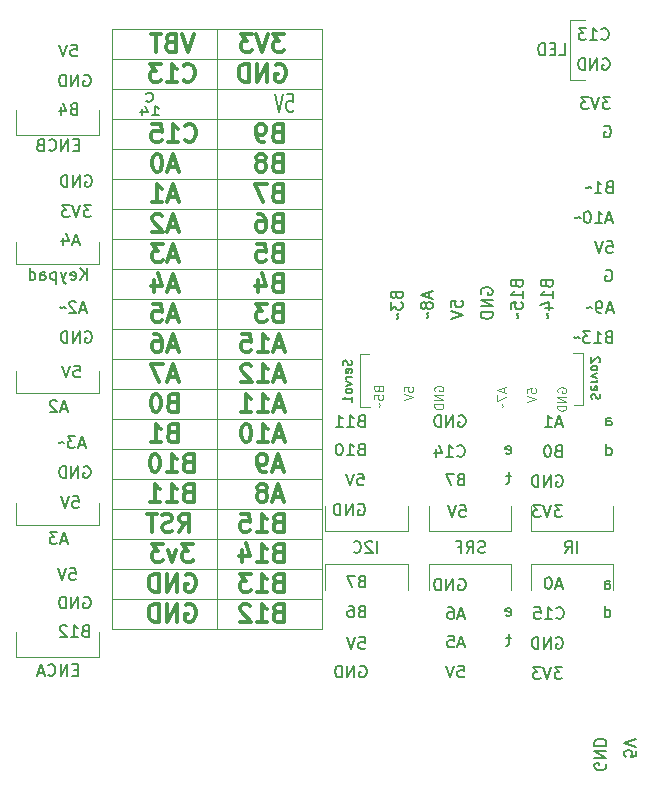
<source format=gbr>
%TF.GenerationSoftware,KiCad,Pcbnew,5.1.9*%
%TF.CreationDate,2021-02-07T12:30:24+01:00*%
%TF.ProjectId,test_pcb,74657374-5f70-4636-922e-6b696361645f,rev?*%
%TF.SameCoordinates,Original*%
%TF.FileFunction,Legend,Bot*%
%TF.FilePolarity,Positive*%
%FSLAX46Y46*%
G04 Gerber Fmt 4.6, Leading zero omitted, Abs format (unit mm)*
G04 Created by KiCad (PCBNEW 5.1.9) date 2021-02-07 12:30:24*
%MOMM*%
%LPD*%
G01*
G04 APERTURE LIST*
%ADD10C,0.187500*%
%ADD11C,0.120000*%
%ADD12C,0.150000*%
%ADD13C,0.125000*%
%ADD14C,0.300000*%
%ADD15C,0.200000*%
G04 APERTURE END LIST*
D10*
X62555476Y-37351857D02*
X62603095Y-37387571D01*
X62745952Y-37423285D01*
X62841190Y-37423285D01*
X62984047Y-37387571D01*
X63079285Y-37316142D01*
X63126904Y-37244714D01*
X63174523Y-37101857D01*
X63174523Y-36994714D01*
X63126904Y-36851857D01*
X63079285Y-36780428D01*
X62984047Y-36709000D01*
X62841190Y-36673285D01*
X62745952Y-36673285D01*
X62603095Y-36709000D01*
X62555476Y-36744714D01*
D11*
X81534000Y-63246000D02*
X80645000Y-63246000D01*
X80645000Y-63246000D02*
X80645000Y-58801000D01*
D12*
X79932571Y-59337000D02*
X79968285Y-59444142D01*
X79968285Y-59622714D01*
X79932571Y-59694142D01*
X79896857Y-59729857D01*
X79825428Y-59765571D01*
X79754000Y-59765571D01*
X79682571Y-59729857D01*
X79646857Y-59694142D01*
X79611142Y-59622714D01*
X79575428Y-59479857D01*
X79539714Y-59408428D01*
X79504000Y-59372714D01*
X79432571Y-59337000D01*
X79361142Y-59337000D01*
X79289714Y-59372714D01*
X79254000Y-59408428D01*
X79218285Y-59479857D01*
X79218285Y-59658428D01*
X79254000Y-59765571D01*
X79932571Y-60372714D02*
X79968285Y-60301285D01*
X79968285Y-60158428D01*
X79932571Y-60087000D01*
X79861142Y-60051285D01*
X79575428Y-60051285D01*
X79504000Y-60087000D01*
X79468285Y-60158428D01*
X79468285Y-60301285D01*
X79504000Y-60372714D01*
X79575428Y-60408428D01*
X79646857Y-60408428D01*
X79718285Y-60051285D01*
X79968285Y-60729857D02*
X79468285Y-60729857D01*
X79611142Y-60729857D02*
X79539714Y-60765571D01*
X79504000Y-60801285D01*
X79468285Y-60872714D01*
X79468285Y-60944142D01*
X79468285Y-61122714D02*
X79968285Y-61301285D01*
X79468285Y-61479857D01*
X79968285Y-61872714D02*
X79932571Y-61801285D01*
X79896857Y-61765571D01*
X79825428Y-61729857D01*
X79611142Y-61729857D01*
X79539714Y-61765571D01*
X79504000Y-61801285D01*
X79468285Y-61872714D01*
X79468285Y-61979857D01*
X79504000Y-62051285D01*
X79539714Y-62087000D01*
X79611142Y-62122714D01*
X79825428Y-62122714D01*
X79896857Y-62087000D01*
X79932571Y-62051285D01*
X79968285Y-61979857D01*
X79968285Y-61872714D01*
X79968285Y-62837000D02*
X79968285Y-62408428D01*
X79968285Y-62622714D02*
X79218285Y-62622714D01*
X79325428Y-62551285D01*
X79396857Y-62479857D01*
X79432571Y-62408428D01*
D11*
X80645000Y-58801000D02*
X81407000Y-58801000D01*
D12*
X100280428Y-62583000D02*
X100244714Y-62475857D01*
X100244714Y-62297285D01*
X100280428Y-62225857D01*
X100316142Y-62190142D01*
X100387571Y-62154428D01*
X100459000Y-62154428D01*
X100530428Y-62190142D01*
X100566142Y-62225857D01*
X100601857Y-62297285D01*
X100637571Y-62440142D01*
X100673285Y-62511571D01*
X100709000Y-62547285D01*
X100780428Y-62583000D01*
X100851857Y-62583000D01*
X100923285Y-62547285D01*
X100959000Y-62511571D01*
X100994714Y-62440142D01*
X100994714Y-62261571D01*
X100959000Y-62154428D01*
X100280428Y-61547285D02*
X100244714Y-61618714D01*
X100244714Y-61761571D01*
X100280428Y-61833000D01*
X100351857Y-61868714D01*
X100637571Y-61868714D01*
X100709000Y-61833000D01*
X100744714Y-61761571D01*
X100744714Y-61618714D01*
X100709000Y-61547285D01*
X100637571Y-61511571D01*
X100566142Y-61511571D01*
X100494714Y-61868714D01*
X100244714Y-61190142D02*
X100744714Y-61190142D01*
X100601857Y-61190142D02*
X100673285Y-61154428D01*
X100709000Y-61118714D01*
X100744714Y-61047285D01*
X100744714Y-60975857D01*
X100744714Y-60797285D02*
X100244714Y-60618714D01*
X100744714Y-60440142D01*
X100244714Y-60047285D02*
X100280428Y-60118714D01*
X100316142Y-60154428D01*
X100387571Y-60190142D01*
X100601857Y-60190142D01*
X100673285Y-60154428D01*
X100709000Y-60118714D01*
X100744714Y-60047285D01*
X100744714Y-59940142D01*
X100709000Y-59868714D01*
X100673285Y-59833000D01*
X100601857Y-59797285D01*
X100387571Y-59797285D01*
X100316142Y-59833000D01*
X100280428Y-59868714D01*
X100244714Y-59940142D01*
X100244714Y-60047285D01*
X100923285Y-59511571D02*
X100959000Y-59475857D01*
X100994714Y-59404428D01*
X100994714Y-59225857D01*
X100959000Y-59154428D01*
X100923285Y-59118714D01*
X100851857Y-59083000D01*
X100780428Y-59083000D01*
X100673285Y-59118714D01*
X100244714Y-59547285D01*
X100244714Y-59083000D01*
D11*
X99568000Y-63119000D02*
X98806000Y-63119000D01*
X99568000Y-58674000D02*
X99568000Y-63119000D01*
X98679000Y-58674000D02*
X99568000Y-58674000D01*
D12*
X97543857Y-33497780D02*
X98020047Y-33497780D01*
X98020047Y-32497780D01*
X97210523Y-32973971D02*
X96877190Y-32973971D01*
X96734333Y-33497780D02*
X97210523Y-33497780D01*
X97210523Y-32497780D01*
X96734333Y-32497780D01*
X96305761Y-33497780D02*
X96305761Y-32497780D01*
X96067666Y-32497780D01*
X95924809Y-32545400D01*
X95829571Y-32640638D01*
X95781952Y-32735876D01*
X95734333Y-32926352D01*
X95734333Y-33069209D01*
X95781952Y-33259685D01*
X95829571Y-33354923D01*
X95924809Y-33450161D01*
X96067666Y-33497780D01*
X96305761Y-33497780D01*
D11*
X98425000Y-35560000D02*
X99695000Y-35560000D01*
X98425000Y-30480000D02*
X98425000Y-35560000D01*
X99695000Y-30480000D02*
X98425000Y-30480000D01*
D12*
X99052000Y-75636380D02*
X99052000Y-74636380D01*
X98004380Y-75636380D02*
X98337714Y-75160190D01*
X98575809Y-75636380D02*
X98575809Y-74636380D01*
X98194857Y-74636380D01*
X98099619Y-74684000D01*
X98052000Y-74731619D01*
X98004380Y-74826857D01*
X98004380Y-74969714D01*
X98052000Y-75064952D01*
X98099619Y-75112571D01*
X98194857Y-75160190D01*
X98575809Y-75160190D01*
X91257285Y-75588761D02*
X91114428Y-75636380D01*
X90876333Y-75636380D01*
X90781095Y-75588761D01*
X90733476Y-75541142D01*
X90685857Y-75445904D01*
X90685857Y-75350666D01*
X90733476Y-75255428D01*
X90781095Y-75207809D01*
X90876333Y-75160190D01*
X91066809Y-75112571D01*
X91162047Y-75064952D01*
X91209666Y-75017333D01*
X91257285Y-74922095D01*
X91257285Y-74826857D01*
X91209666Y-74731619D01*
X91162047Y-74684000D01*
X91066809Y-74636380D01*
X90828714Y-74636380D01*
X90685857Y-74684000D01*
X89685857Y-75636380D02*
X90019190Y-75160190D01*
X90257285Y-75636380D02*
X90257285Y-74636380D01*
X89876333Y-74636380D01*
X89781095Y-74684000D01*
X89733476Y-74731619D01*
X89685857Y-74826857D01*
X89685857Y-74969714D01*
X89733476Y-75064952D01*
X89781095Y-75112571D01*
X89876333Y-75160190D01*
X90257285Y-75160190D01*
X88923952Y-75112571D02*
X89257285Y-75112571D01*
X89257285Y-75636380D02*
X89257285Y-74636380D01*
X88781095Y-74636380D01*
X82129190Y-75636380D02*
X82129190Y-74636380D01*
X81700619Y-74731619D02*
X81653000Y-74684000D01*
X81557761Y-74636380D01*
X81319666Y-74636380D01*
X81224428Y-74684000D01*
X81176809Y-74731619D01*
X81129190Y-74826857D01*
X81129190Y-74922095D01*
X81176809Y-75064952D01*
X81748238Y-75636380D01*
X81129190Y-75636380D01*
X80129190Y-75541142D02*
X80176809Y-75588761D01*
X80319666Y-75636380D01*
X80414904Y-75636380D01*
X80557761Y-75588761D01*
X80653000Y-75493523D01*
X80700619Y-75398285D01*
X80748238Y-75207809D01*
X80748238Y-75064952D01*
X80700619Y-74874476D01*
X80653000Y-74779238D01*
X80557761Y-74684000D01*
X80414904Y-74636380D01*
X80319666Y-74636380D01*
X80176809Y-74684000D01*
X80129190Y-74731619D01*
D11*
X102108000Y-71628000D02*
X102108000Y-73787000D01*
X95123000Y-73787000D02*
X95123000Y-71628000D01*
X102108000Y-73787000D02*
X95123000Y-73787000D01*
X77724000Y-78740000D02*
X77724000Y-76581000D01*
X84709000Y-76581000D02*
X84709000Y-78740000D01*
X77724000Y-76581000D02*
X84709000Y-76581000D01*
X86487000Y-78740000D02*
X86487000Y-76581000D01*
X93472000Y-76581000D02*
X93472000Y-78740000D01*
X86487000Y-76581000D02*
X93472000Y-76581000D01*
X95123000Y-78740000D02*
X95123000Y-76581000D01*
X102108000Y-76581000D02*
X102108000Y-78740000D01*
X95123000Y-76581000D02*
X102108000Y-76581000D01*
X84709000Y-71628000D02*
X84709000Y-73787000D01*
X77724000Y-73787000D02*
X77724000Y-71628000D01*
X84709000Y-73787000D02*
X77724000Y-73787000D01*
X93472000Y-71628000D02*
X93472000Y-73787000D01*
X86487000Y-73787000D02*
X86487000Y-71628000D01*
X93472000Y-73787000D02*
X86487000Y-73787000D01*
D12*
X56784666Y-85526571D02*
X56451333Y-85526571D01*
X56308476Y-86050380D02*
X56784666Y-86050380D01*
X56784666Y-85050380D01*
X56308476Y-85050380D01*
X55879904Y-86050380D02*
X55879904Y-85050380D01*
X55308476Y-86050380D01*
X55308476Y-85050380D01*
X54260857Y-85955142D02*
X54308476Y-86002761D01*
X54451333Y-86050380D01*
X54546571Y-86050380D01*
X54689428Y-86002761D01*
X54784666Y-85907523D01*
X54832285Y-85812285D01*
X54879904Y-85621809D01*
X54879904Y-85478952D01*
X54832285Y-85288476D01*
X54784666Y-85193238D01*
X54689428Y-85098000D01*
X54546571Y-85050380D01*
X54451333Y-85050380D01*
X54308476Y-85098000D01*
X54260857Y-85145619D01*
X53879904Y-85764666D02*
X53403714Y-85764666D01*
X53975142Y-86050380D02*
X53641809Y-85050380D01*
X53308476Y-86050380D01*
X55832285Y-74588666D02*
X55356095Y-74588666D01*
X55927523Y-74874380D02*
X55594190Y-73874380D01*
X55260857Y-74874380D01*
X55022761Y-73874380D02*
X54403714Y-73874380D01*
X54737047Y-74255333D01*
X54594190Y-74255333D01*
X54498952Y-74302952D01*
X54451333Y-74350571D01*
X54403714Y-74445809D01*
X54403714Y-74683904D01*
X54451333Y-74779142D01*
X54498952Y-74826761D01*
X54594190Y-74874380D01*
X54879904Y-74874380D01*
X54975142Y-74826761D01*
X55022761Y-74779142D01*
X55832285Y-63412666D02*
X55356095Y-63412666D01*
X55927523Y-63698380D02*
X55594190Y-62698380D01*
X55260857Y-63698380D01*
X54975142Y-62793619D02*
X54927523Y-62746000D01*
X54832285Y-62698380D01*
X54594190Y-62698380D01*
X54498952Y-62746000D01*
X54451333Y-62793619D01*
X54403714Y-62888857D01*
X54403714Y-62984095D01*
X54451333Y-63126952D01*
X55022761Y-63698380D01*
X54403714Y-63698380D01*
X57546571Y-52522380D02*
X57546571Y-51522380D01*
X56975142Y-52522380D02*
X57403714Y-51950952D01*
X56975142Y-51522380D02*
X57546571Y-52093809D01*
X56165619Y-52474761D02*
X56260857Y-52522380D01*
X56451333Y-52522380D01*
X56546571Y-52474761D01*
X56594190Y-52379523D01*
X56594190Y-51998571D01*
X56546571Y-51903333D01*
X56451333Y-51855714D01*
X56260857Y-51855714D01*
X56165619Y-51903333D01*
X56118000Y-51998571D01*
X56118000Y-52093809D01*
X56594190Y-52189047D01*
X55784666Y-51855714D02*
X55546571Y-52522380D01*
X55308476Y-51855714D02*
X55546571Y-52522380D01*
X55641809Y-52760476D01*
X55689428Y-52808095D01*
X55784666Y-52855714D01*
X54927523Y-51855714D02*
X54927523Y-52855714D01*
X54927523Y-51903333D02*
X54832285Y-51855714D01*
X54641809Y-51855714D01*
X54546571Y-51903333D01*
X54498952Y-51950952D01*
X54451333Y-52046190D01*
X54451333Y-52331904D01*
X54498952Y-52427142D01*
X54546571Y-52474761D01*
X54641809Y-52522380D01*
X54832285Y-52522380D01*
X54927523Y-52474761D01*
X53594190Y-52522380D02*
X53594190Y-51998571D01*
X53641809Y-51903333D01*
X53737047Y-51855714D01*
X53927523Y-51855714D01*
X54022761Y-51903333D01*
X53594190Y-52474761D02*
X53689428Y-52522380D01*
X53927523Y-52522380D01*
X54022761Y-52474761D01*
X54070380Y-52379523D01*
X54070380Y-52284285D01*
X54022761Y-52189047D01*
X53927523Y-52141428D01*
X53689428Y-52141428D01*
X53594190Y-52093809D01*
X52689428Y-52522380D02*
X52689428Y-51522380D01*
X52689428Y-52474761D02*
X52784666Y-52522380D01*
X52975142Y-52522380D01*
X53070380Y-52474761D01*
X53118000Y-52427142D01*
X53165619Y-52331904D01*
X53165619Y-52046190D01*
X53118000Y-51950952D01*
X53070380Y-51903333D01*
X52975142Y-51855714D01*
X52784666Y-51855714D01*
X52689428Y-51903333D01*
X56856095Y-41076571D02*
X56522761Y-41076571D01*
X56379904Y-41600380D02*
X56856095Y-41600380D01*
X56856095Y-40600380D01*
X56379904Y-40600380D01*
X55951333Y-41600380D02*
X55951333Y-40600380D01*
X55379904Y-41600380D01*
X55379904Y-40600380D01*
X54332285Y-41505142D02*
X54379904Y-41552761D01*
X54522761Y-41600380D01*
X54618000Y-41600380D01*
X54760857Y-41552761D01*
X54856095Y-41457523D01*
X54903714Y-41362285D01*
X54951333Y-41171809D01*
X54951333Y-41028952D01*
X54903714Y-40838476D01*
X54856095Y-40743238D01*
X54760857Y-40648000D01*
X54618000Y-40600380D01*
X54522761Y-40600380D01*
X54379904Y-40648000D01*
X54332285Y-40695619D01*
X53570380Y-41076571D02*
X53427523Y-41124190D01*
X53379904Y-41171809D01*
X53332285Y-41267047D01*
X53332285Y-41409904D01*
X53379904Y-41505142D01*
X53427523Y-41552761D01*
X53522761Y-41600380D01*
X53903714Y-41600380D01*
X53903714Y-40600380D01*
X53570380Y-40600380D01*
X53475142Y-40648000D01*
X53427523Y-40695619D01*
X53379904Y-40790857D01*
X53379904Y-40886095D01*
X53427523Y-40981333D01*
X53475142Y-41028952D01*
X53570380Y-41076571D01*
X53903714Y-41076571D01*
D11*
X51562000Y-40259000D02*
X51562000Y-38100000D01*
X58547000Y-38100000D02*
X58547000Y-40259000D01*
X58547000Y-40259000D02*
X51562000Y-40259000D01*
X51562000Y-84455000D02*
X51562000Y-82296000D01*
X58547000Y-82296000D02*
X58547000Y-84455000D01*
X58547000Y-84455000D02*
X51562000Y-84455000D01*
X51562000Y-73279000D02*
X51562000Y-71374000D01*
X58547000Y-71374000D02*
X58547000Y-73279000D01*
X58547000Y-73279000D02*
X51562000Y-73279000D01*
X51562000Y-62103000D02*
X51562000Y-60198000D01*
X58547000Y-60198000D02*
X58547000Y-62103000D01*
X58547000Y-62103000D02*
X51562000Y-62103000D01*
X51562000Y-51181000D02*
X51562000Y-49276000D01*
X58547000Y-49276000D02*
X58547000Y-51181000D01*
X58547000Y-51181000D02*
X51562000Y-51181000D01*
D12*
X89026904Y-64016000D02*
X89122142Y-63968380D01*
X89265000Y-63968380D01*
X89407857Y-64016000D01*
X89503095Y-64111238D01*
X89550714Y-64206476D01*
X89598333Y-64396952D01*
X89598333Y-64539809D01*
X89550714Y-64730285D01*
X89503095Y-64825523D01*
X89407857Y-64920761D01*
X89265000Y-64968380D01*
X89169761Y-64968380D01*
X89026904Y-64920761D01*
X88979285Y-64873142D01*
X88979285Y-64539809D01*
X89169761Y-64539809D01*
X88550714Y-64968380D02*
X88550714Y-63968380D01*
X87979285Y-64968380D01*
X87979285Y-63968380D01*
X87503095Y-64968380D02*
X87503095Y-63968380D01*
X87265000Y-63968380D01*
X87122142Y-64016000D01*
X87026904Y-64111238D01*
X86979285Y-64206476D01*
X86931666Y-64396952D01*
X86931666Y-64539809D01*
X86979285Y-64730285D01*
X87026904Y-64825523D01*
X87122142Y-64920761D01*
X87265000Y-64968380D01*
X87503095Y-64968380D01*
X101822095Y-37044380D02*
X101203047Y-37044380D01*
X101536380Y-37425333D01*
X101393523Y-37425333D01*
X101298285Y-37472952D01*
X101250666Y-37520571D01*
X101203047Y-37615809D01*
X101203047Y-37853904D01*
X101250666Y-37949142D01*
X101298285Y-37996761D01*
X101393523Y-38044380D01*
X101679238Y-38044380D01*
X101774476Y-37996761D01*
X101822095Y-37949142D01*
X100917333Y-37044380D02*
X100584000Y-38044380D01*
X100250666Y-37044380D01*
X100012571Y-37044380D02*
X99393523Y-37044380D01*
X99726857Y-37425333D01*
X99584000Y-37425333D01*
X99488761Y-37472952D01*
X99441142Y-37520571D01*
X99393523Y-37615809D01*
X99393523Y-37853904D01*
X99441142Y-37949142D01*
X99488761Y-37996761D01*
X99584000Y-38044380D01*
X99869714Y-38044380D01*
X99964952Y-37996761D01*
X100012571Y-37949142D01*
D13*
X94839285Y-62087142D02*
X94839285Y-61730000D01*
X95196428Y-61694285D01*
X95160714Y-61730000D01*
X95125000Y-61801428D01*
X95125000Y-61980000D01*
X95160714Y-62051428D01*
X95196428Y-62087142D01*
X95267857Y-62122857D01*
X95446428Y-62122857D01*
X95517857Y-62087142D01*
X95553571Y-62051428D01*
X95589285Y-61980000D01*
X95589285Y-61801428D01*
X95553571Y-61730000D01*
X95517857Y-61694285D01*
X94839285Y-62337142D02*
X95589285Y-62587142D01*
X94839285Y-62837142D01*
X97415000Y-62039571D02*
X97379285Y-61968142D01*
X97379285Y-61861000D01*
X97415000Y-61753857D01*
X97486428Y-61682428D01*
X97557857Y-61646714D01*
X97700714Y-61611000D01*
X97807857Y-61611000D01*
X97950714Y-61646714D01*
X98022142Y-61682428D01*
X98093571Y-61753857D01*
X98129285Y-61861000D01*
X98129285Y-61932428D01*
X98093571Y-62039571D01*
X98057857Y-62075285D01*
X97807857Y-62075285D01*
X97807857Y-61932428D01*
X98129285Y-62396714D02*
X97379285Y-62396714D01*
X98129285Y-62825285D01*
X97379285Y-62825285D01*
X98129285Y-63182428D02*
X97379285Y-63182428D01*
X97379285Y-63361000D01*
X97415000Y-63468142D01*
X97486428Y-63539571D01*
X97557857Y-63575285D01*
X97700714Y-63611000D01*
X97807857Y-63611000D01*
X97950714Y-63575285D01*
X98022142Y-63539571D01*
X98093571Y-63468142D01*
X98129285Y-63361000D01*
X98129285Y-63182428D01*
X92835000Y-61680428D02*
X92835000Y-62037571D01*
X93049285Y-61609000D02*
X92299285Y-61859000D01*
X93049285Y-62109000D01*
X92299285Y-62287571D02*
X92299285Y-62787571D01*
X93049285Y-62466142D01*
X92763571Y-62966142D02*
X92727857Y-63001857D01*
X92692142Y-63073285D01*
X92763571Y-63216142D01*
X92727857Y-63287571D01*
X92692142Y-63323285D01*
X82242428Y-61785571D02*
X82278142Y-61892714D01*
X82313857Y-61928428D01*
X82385285Y-61964142D01*
X82492428Y-61964142D01*
X82563857Y-61928428D01*
X82599571Y-61892714D01*
X82635285Y-61821285D01*
X82635285Y-61535571D01*
X81885285Y-61535571D01*
X81885285Y-61785571D01*
X81921000Y-61857000D01*
X81956714Y-61892714D01*
X82028142Y-61928428D01*
X82099571Y-61928428D01*
X82171000Y-61892714D01*
X82206714Y-61857000D01*
X82242428Y-61785571D01*
X82242428Y-61535571D01*
X81885285Y-62642714D02*
X81885285Y-62285571D01*
X82242428Y-62249857D01*
X82206714Y-62285571D01*
X82171000Y-62357000D01*
X82171000Y-62535571D01*
X82206714Y-62607000D01*
X82242428Y-62642714D01*
X82313857Y-62678428D01*
X82492428Y-62678428D01*
X82563857Y-62642714D01*
X82599571Y-62607000D01*
X82635285Y-62535571D01*
X82635285Y-62357000D01*
X82599571Y-62285571D01*
X82563857Y-62249857D01*
X82349571Y-62892714D02*
X82313857Y-62928428D01*
X82278142Y-62999857D01*
X82349571Y-63142714D01*
X82313857Y-63214142D01*
X82278142Y-63249857D01*
X84425285Y-61960142D02*
X84425285Y-61603000D01*
X84782428Y-61567285D01*
X84746714Y-61603000D01*
X84711000Y-61674428D01*
X84711000Y-61853000D01*
X84746714Y-61924428D01*
X84782428Y-61960142D01*
X84853857Y-61995857D01*
X85032428Y-61995857D01*
X85103857Y-61960142D01*
X85139571Y-61924428D01*
X85175285Y-61853000D01*
X85175285Y-61674428D01*
X85139571Y-61603000D01*
X85103857Y-61567285D01*
X84425285Y-62210142D02*
X85175285Y-62460142D01*
X84425285Y-62710142D01*
X87001000Y-61912571D02*
X86965285Y-61841142D01*
X86965285Y-61734000D01*
X87001000Y-61626857D01*
X87072428Y-61555428D01*
X87143857Y-61519714D01*
X87286714Y-61484000D01*
X87393857Y-61484000D01*
X87536714Y-61519714D01*
X87608142Y-61555428D01*
X87679571Y-61626857D01*
X87715285Y-61734000D01*
X87715285Y-61805428D01*
X87679571Y-61912571D01*
X87643857Y-61948285D01*
X87393857Y-61948285D01*
X87393857Y-61805428D01*
X87715285Y-62269714D02*
X86965285Y-62269714D01*
X87715285Y-62698285D01*
X86965285Y-62698285D01*
X87715285Y-63055428D02*
X86965285Y-63055428D01*
X86965285Y-63234000D01*
X87001000Y-63341142D01*
X87072428Y-63412571D01*
X87143857Y-63448285D01*
X87286714Y-63484000D01*
X87393857Y-63484000D01*
X87536714Y-63448285D01*
X87608142Y-63412571D01*
X87679571Y-63341142D01*
X87715285Y-63234000D01*
X87715285Y-63055428D01*
D12*
X101465000Y-93471904D02*
X101512619Y-93567142D01*
X101512619Y-93710000D01*
X101465000Y-93852857D01*
X101369761Y-93948095D01*
X101274523Y-93995714D01*
X101084047Y-94043333D01*
X100941190Y-94043333D01*
X100750714Y-93995714D01*
X100655476Y-93948095D01*
X100560238Y-93852857D01*
X100512619Y-93710000D01*
X100512619Y-93614761D01*
X100560238Y-93471904D01*
X100607857Y-93424285D01*
X100941190Y-93424285D01*
X100941190Y-93614761D01*
X100512619Y-92995714D02*
X101512619Y-92995714D01*
X100512619Y-92424285D01*
X101512619Y-92424285D01*
X100512619Y-91948095D02*
X101512619Y-91948095D01*
X101512619Y-91710000D01*
X101465000Y-91567142D01*
X101369761Y-91471904D01*
X101274523Y-91424285D01*
X101084047Y-91376666D01*
X100941190Y-91376666D01*
X100750714Y-91424285D01*
X100655476Y-91471904D01*
X100560238Y-91567142D01*
X100512619Y-91710000D01*
X100512619Y-91948095D01*
X104052619Y-92392476D02*
X104052619Y-92868666D01*
X103576428Y-92916285D01*
X103624047Y-92868666D01*
X103671666Y-92773428D01*
X103671666Y-92535333D01*
X103624047Y-92440095D01*
X103576428Y-92392476D01*
X103481190Y-92344857D01*
X103243095Y-92344857D01*
X103147857Y-92392476D01*
X103100238Y-92440095D01*
X103052619Y-92535333D01*
X103052619Y-92773428D01*
X103100238Y-92868666D01*
X103147857Y-92916285D01*
X104052619Y-92059142D02*
X103052619Y-91725809D01*
X104052619Y-91392476D01*
X101338095Y-39505000D02*
X101433333Y-39457380D01*
X101576190Y-39457380D01*
X101719047Y-39505000D01*
X101814285Y-39600238D01*
X101861904Y-39695476D01*
X101909523Y-39885952D01*
X101909523Y-40028809D01*
X101861904Y-40219285D01*
X101814285Y-40314523D01*
X101719047Y-40409761D01*
X101576190Y-40457380D01*
X101480952Y-40457380D01*
X101338095Y-40409761D01*
X101290476Y-40362142D01*
X101290476Y-40028809D01*
X101480952Y-40028809D01*
X101099857Y-32107142D02*
X101147476Y-32154761D01*
X101290333Y-32202380D01*
X101385571Y-32202380D01*
X101528428Y-32154761D01*
X101623666Y-32059523D01*
X101671285Y-31964285D01*
X101718904Y-31773809D01*
X101718904Y-31630952D01*
X101671285Y-31440476D01*
X101623666Y-31345238D01*
X101528428Y-31250000D01*
X101385571Y-31202380D01*
X101290333Y-31202380D01*
X101147476Y-31250000D01*
X101099857Y-31297619D01*
X100147476Y-32202380D02*
X100718904Y-32202380D01*
X100433190Y-32202380D02*
X100433190Y-31202380D01*
X100528428Y-31345238D01*
X100623666Y-31440476D01*
X100718904Y-31488095D01*
X99814142Y-31202380D02*
X99195095Y-31202380D01*
X99528428Y-31583333D01*
X99385571Y-31583333D01*
X99290333Y-31630952D01*
X99242714Y-31678571D01*
X99195095Y-31773809D01*
X99195095Y-32011904D01*
X99242714Y-32107142D01*
X99290333Y-32154761D01*
X99385571Y-32202380D01*
X99671285Y-32202380D01*
X99766523Y-32154761D01*
X99814142Y-32107142D01*
X101218904Y-33790000D02*
X101314142Y-33742380D01*
X101457000Y-33742380D01*
X101599857Y-33790000D01*
X101695095Y-33885238D01*
X101742714Y-33980476D01*
X101790333Y-34170952D01*
X101790333Y-34313809D01*
X101742714Y-34504285D01*
X101695095Y-34599523D01*
X101599857Y-34694761D01*
X101457000Y-34742380D01*
X101361761Y-34742380D01*
X101218904Y-34694761D01*
X101171285Y-34647142D01*
X101171285Y-34313809D01*
X101361761Y-34313809D01*
X100742714Y-34742380D02*
X100742714Y-33742380D01*
X100171285Y-34742380D01*
X100171285Y-33742380D01*
X99695095Y-34742380D02*
X99695095Y-33742380D01*
X99457000Y-33742380D01*
X99314142Y-33790000D01*
X99218904Y-33885238D01*
X99171285Y-33980476D01*
X99123666Y-34170952D01*
X99123666Y-34313809D01*
X99171285Y-34504285D01*
X99218904Y-34599523D01*
X99314142Y-34694761D01*
X99457000Y-34742380D01*
X99695095Y-34742380D01*
X80795761Y-78033571D02*
X80652904Y-78081190D01*
X80605285Y-78128809D01*
X80557666Y-78224047D01*
X80557666Y-78366904D01*
X80605285Y-78462142D01*
X80652904Y-78509761D01*
X80748142Y-78557380D01*
X81129095Y-78557380D01*
X81129095Y-77557380D01*
X80795761Y-77557380D01*
X80700523Y-77605000D01*
X80652904Y-77652619D01*
X80605285Y-77747857D01*
X80605285Y-77843095D01*
X80652904Y-77938333D01*
X80700523Y-77985952D01*
X80795761Y-78033571D01*
X81129095Y-78033571D01*
X80224333Y-77557380D02*
X79557666Y-77557380D01*
X79986238Y-78557380D01*
X88352380Y-54800523D02*
X88352380Y-54324333D01*
X88828571Y-54276714D01*
X88780952Y-54324333D01*
X88733333Y-54419571D01*
X88733333Y-54657666D01*
X88780952Y-54752904D01*
X88828571Y-54800523D01*
X88923809Y-54848142D01*
X89161904Y-54848142D01*
X89257142Y-54800523D01*
X89304761Y-54752904D01*
X89352380Y-54657666D01*
X89352380Y-54419571D01*
X89304761Y-54324333D01*
X89257142Y-54276714D01*
X88352380Y-55133857D02*
X89352380Y-55467190D01*
X88352380Y-55800523D01*
X90940000Y-53721095D02*
X90892380Y-53625857D01*
X90892380Y-53483000D01*
X90940000Y-53340142D01*
X91035238Y-53244904D01*
X91130476Y-53197285D01*
X91320952Y-53149666D01*
X91463809Y-53149666D01*
X91654285Y-53197285D01*
X91749523Y-53244904D01*
X91844761Y-53340142D01*
X91892380Y-53483000D01*
X91892380Y-53578238D01*
X91844761Y-53721095D01*
X91797142Y-53768714D01*
X91463809Y-53768714D01*
X91463809Y-53578238D01*
X91892380Y-54197285D02*
X90892380Y-54197285D01*
X91892380Y-54768714D01*
X90892380Y-54768714D01*
X91892380Y-55244904D02*
X90892380Y-55244904D01*
X90892380Y-55483000D01*
X90940000Y-55625857D01*
X91035238Y-55721095D01*
X91130476Y-55768714D01*
X91320952Y-55816333D01*
X91463809Y-55816333D01*
X91654285Y-55768714D01*
X91749523Y-55721095D01*
X91844761Y-55625857D01*
X91892380Y-55483000D01*
X91892380Y-55244904D01*
X101465095Y-51697000D02*
X101560333Y-51649380D01*
X101703190Y-51649380D01*
X101846047Y-51697000D01*
X101941285Y-51792238D01*
X101988904Y-51887476D01*
X102036523Y-52077952D01*
X102036523Y-52220809D01*
X101988904Y-52411285D01*
X101941285Y-52506523D01*
X101846047Y-52601761D01*
X101703190Y-52649380D01*
X101607952Y-52649380D01*
X101465095Y-52601761D01*
X101417476Y-52554142D01*
X101417476Y-52220809D01*
X101607952Y-52220809D01*
X101536476Y-49236380D02*
X102012666Y-49236380D01*
X102060285Y-49712571D01*
X102012666Y-49664952D01*
X101917428Y-49617333D01*
X101679333Y-49617333D01*
X101584095Y-49664952D01*
X101536476Y-49712571D01*
X101488857Y-49807809D01*
X101488857Y-50045904D01*
X101536476Y-50141142D01*
X101584095Y-50188761D01*
X101679333Y-50236380D01*
X101917428Y-50236380D01*
X102012666Y-50188761D01*
X102060285Y-50141142D01*
X101203142Y-49236380D02*
X100869809Y-50236380D01*
X100536476Y-49236380D01*
X101695095Y-57332571D02*
X101552238Y-57380190D01*
X101504619Y-57427809D01*
X101457000Y-57523047D01*
X101457000Y-57665904D01*
X101504619Y-57761142D01*
X101552238Y-57808761D01*
X101647476Y-57856380D01*
X102028428Y-57856380D01*
X102028428Y-56856380D01*
X101695095Y-56856380D01*
X101599857Y-56904000D01*
X101552238Y-56951619D01*
X101504619Y-57046857D01*
X101504619Y-57142095D01*
X101552238Y-57237333D01*
X101599857Y-57284952D01*
X101695095Y-57332571D01*
X102028428Y-57332571D01*
X100504619Y-57856380D02*
X101076047Y-57856380D01*
X100790333Y-57856380D02*
X100790333Y-56856380D01*
X100885571Y-56999238D01*
X100980809Y-57094476D01*
X101076047Y-57142095D01*
X100171285Y-56856380D02*
X99552238Y-56856380D01*
X99885571Y-57237333D01*
X99742714Y-57237333D01*
X99647476Y-57284952D01*
X99599857Y-57332571D01*
X99552238Y-57427809D01*
X99552238Y-57665904D01*
X99599857Y-57761142D01*
X99647476Y-57808761D01*
X99742714Y-57856380D01*
X100028428Y-57856380D01*
X100123666Y-57808761D01*
X100171285Y-57761142D01*
X99266523Y-57475428D02*
X99218904Y-57427809D01*
X99123666Y-57380190D01*
X98933190Y-57475428D01*
X98837952Y-57427809D01*
X98790333Y-57380190D01*
X102036428Y-55030666D02*
X101560238Y-55030666D01*
X102131666Y-55316380D02*
X101798333Y-54316380D01*
X101465000Y-55316380D01*
X101084047Y-55316380D02*
X100893571Y-55316380D01*
X100798333Y-55268761D01*
X100750714Y-55221142D01*
X100655476Y-55078285D01*
X100607857Y-54887809D01*
X100607857Y-54506857D01*
X100655476Y-54411619D01*
X100703095Y-54364000D01*
X100798333Y-54316380D01*
X100988809Y-54316380D01*
X101084047Y-54364000D01*
X101131666Y-54411619D01*
X101179285Y-54506857D01*
X101179285Y-54744952D01*
X101131666Y-54840190D01*
X101084047Y-54887809D01*
X100988809Y-54935428D01*
X100798333Y-54935428D01*
X100703095Y-54887809D01*
X100655476Y-54840190D01*
X100607857Y-54744952D01*
X100322142Y-54935428D02*
X100274523Y-54887809D01*
X100179285Y-54840190D01*
X99988809Y-54935428D01*
X99893571Y-54887809D01*
X99845952Y-54840190D01*
X102004619Y-47410666D02*
X101528428Y-47410666D01*
X102099857Y-47696380D02*
X101766523Y-46696380D01*
X101433190Y-47696380D01*
X100576047Y-47696380D02*
X101147476Y-47696380D01*
X100861761Y-47696380D02*
X100861761Y-46696380D01*
X100957000Y-46839238D01*
X101052238Y-46934476D01*
X101147476Y-46982095D01*
X99957000Y-46696380D02*
X99861761Y-46696380D01*
X99766523Y-46744000D01*
X99718904Y-46791619D01*
X99671285Y-46886857D01*
X99623666Y-47077333D01*
X99623666Y-47315428D01*
X99671285Y-47505904D01*
X99718904Y-47601142D01*
X99766523Y-47648761D01*
X99861761Y-47696380D01*
X99957000Y-47696380D01*
X100052238Y-47648761D01*
X100099857Y-47601142D01*
X100147476Y-47505904D01*
X100195095Y-47315428D01*
X100195095Y-47077333D01*
X100147476Y-46886857D01*
X100099857Y-46791619D01*
X100052238Y-46744000D01*
X99957000Y-46696380D01*
X99337952Y-47315428D02*
X99290333Y-47267809D01*
X99195095Y-47220190D01*
X99004619Y-47315428D01*
X98909380Y-47267809D01*
X98861761Y-47220190D01*
X101726904Y-44632571D02*
X101584047Y-44680190D01*
X101536428Y-44727809D01*
X101488809Y-44823047D01*
X101488809Y-44965904D01*
X101536428Y-45061142D01*
X101584047Y-45108761D01*
X101679285Y-45156380D01*
X102060238Y-45156380D01*
X102060238Y-44156380D01*
X101726904Y-44156380D01*
X101631666Y-44204000D01*
X101584047Y-44251619D01*
X101536428Y-44346857D01*
X101536428Y-44442095D01*
X101584047Y-44537333D01*
X101631666Y-44584952D01*
X101726904Y-44632571D01*
X102060238Y-44632571D01*
X100536428Y-45156380D02*
X101107857Y-45156380D01*
X100822142Y-45156380D02*
X100822142Y-44156380D01*
X100917380Y-44299238D01*
X101012619Y-44394476D01*
X101107857Y-44442095D01*
X100250714Y-44775428D02*
X100203095Y-44727809D01*
X100107857Y-44680190D01*
X99917380Y-44775428D01*
X99822142Y-44727809D01*
X99774523Y-44680190D01*
X80517904Y-71509000D02*
X80613142Y-71461380D01*
X80756000Y-71461380D01*
X80898857Y-71509000D01*
X80994095Y-71604238D01*
X81041714Y-71699476D01*
X81089333Y-71889952D01*
X81089333Y-72032809D01*
X81041714Y-72223285D01*
X80994095Y-72318523D01*
X80898857Y-72413761D01*
X80756000Y-72461380D01*
X80660761Y-72461380D01*
X80517904Y-72413761D01*
X80470285Y-72366142D01*
X80470285Y-72032809D01*
X80660761Y-72032809D01*
X80041714Y-72461380D02*
X80041714Y-71461380D01*
X79470285Y-72461380D01*
X79470285Y-71461380D01*
X78994095Y-72461380D02*
X78994095Y-71461380D01*
X78756000Y-71461380D01*
X78613142Y-71509000D01*
X78517904Y-71604238D01*
X78470285Y-71699476D01*
X78422666Y-71889952D01*
X78422666Y-72032809D01*
X78470285Y-72223285D01*
X78517904Y-72318523D01*
X78613142Y-72413761D01*
X78756000Y-72461380D01*
X78994095Y-72461380D01*
D14*
X65912857Y-77482000D02*
X66055714Y-77410571D01*
X66270000Y-77410571D01*
X66484285Y-77482000D01*
X66627142Y-77624857D01*
X66698571Y-77767714D01*
X66770000Y-78053428D01*
X66770000Y-78267714D01*
X66698571Y-78553428D01*
X66627142Y-78696285D01*
X66484285Y-78839142D01*
X66270000Y-78910571D01*
X66127142Y-78910571D01*
X65912857Y-78839142D01*
X65841428Y-78767714D01*
X65841428Y-78267714D01*
X66127142Y-78267714D01*
X65198571Y-78910571D02*
X65198571Y-77410571D01*
X64341428Y-78910571D01*
X64341428Y-77410571D01*
X63627142Y-78910571D02*
X63627142Y-77410571D01*
X63270000Y-77410571D01*
X63055714Y-77482000D01*
X62912857Y-77624857D01*
X62841428Y-77767714D01*
X62770000Y-78053428D01*
X62770000Y-78267714D01*
X62841428Y-78553428D01*
X62912857Y-78696285D01*
X63055714Y-78839142D01*
X63270000Y-78910571D01*
X63627142Y-78910571D01*
X65337428Y-73830571D02*
X65837428Y-73116285D01*
X66194571Y-73830571D02*
X66194571Y-72330571D01*
X65623142Y-72330571D01*
X65480285Y-72402000D01*
X65408857Y-72473428D01*
X65337428Y-72616285D01*
X65337428Y-72830571D01*
X65408857Y-72973428D01*
X65480285Y-73044857D01*
X65623142Y-73116285D01*
X66194571Y-73116285D01*
X64766000Y-73759142D02*
X64551714Y-73830571D01*
X64194571Y-73830571D01*
X64051714Y-73759142D01*
X63980285Y-73687714D01*
X63908857Y-73544857D01*
X63908857Y-73402000D01*
X63980285Y-73259142D01*
X64051714Y-73187714D01*
X64194571Y-73116285D01*
X64480285Y-73044857D01*
X64623142Y-72973428D01*
X64694571Y-72902000D01*
X64766000Y-72759142D01*
X64766000Y-72616285D01*
X64694571Y-72473428D01*
X64623142Y-72402000D01*
X64480285Y-72330571D01*
X64123142Y-72330571D01*
X63908857Y-72402000D01*
X63480285Y-72330571D02*
X62623142Y-72330571D01*
X63051714Y-73830571D02*
X63051714Y-72330571D01*
D12*
X89177761Y-69397571D02*
X89034904Y-69445190D01*
X88987285Y-69492809D01*
X88939666Y-69588047D01*
X88939666Y-69730904D01*
X88987285Y-69826142D01*
X89034904Y-69873761D01*
X89130142Y-69921380D01*
X89511095Y-69921380D01*
X89511095Y-68921380D01*
X89177761Y-68921380D01*
X89082523Y-68969000D01*
X89034904Y-69016619D01*
X88987285Y-69111857D01*
X88987285Y-69207095D01*
X89034904Y-69302333D01*
X89082523Y-69349952D01*
X89177761Y-69397571D01*
X89511095Y-69397571D01*
X88606333Y-68921380D02*
X87939666Y-68921380D01*
X88368238Y-69921380D01*
X93408476Y-82843714D02*
X93027523Y-82843714D01*
X93265619Y-82510380D02*
X93265619Y-83367523D01*
X93218000Y-83462761D01*
X93122761Y-83510380D01*
X93027523Y-83510380D01*
X93027523Y-80922761D02*
X93122761Y-80970380D01*
X93313238Y-80970380D01*
X93408476Y-80922761D01*
X93456095Y-80827523D01*
X93456095Y-80446571D01*
X93408476Y-80351333D01*
X93313238Y-80303714D01*
X93122761Y-80303714D01*
X93027523Y-80351333D01*
X92979904Y-80446571D01*
X92979904Y-80541809D01*
X93456095Y-80637047D01*
X93408476Y-69127714D02*
X93027523Y-69127714D01*
X93265619Y-68794380D02*
X93265619Y-69651523D01*
X93218000Y-69746761D01*
X93122761Y-69794380D01*
X93027523Y-69794380D01*
X93027523Y-67206761D02*
X93122761Y-67254380D01*
X93313238Y-67254380D01*
X93408476Y-67206761D01*
X93456095Y-67111523D01*
X93456095Y-66730571D01*
X93408476Y-66635333D01*
X93313238Y-66587714D01*
X93122761Y-66587714D01*
X93027523Y-66635333D01*
X92979904Y-66730571D01*
X92979904Y-66825809D01*
X93456095Y-66921047D01*
X101385714Y-81097380D02*
X101385714Y-80097380D01*
X101385714Y-81049761D02*
X101480952Y-81097380D01*
X101671428Y-81097380D01*
X101766666Y-81049761D01*
X101814285Y-81002142D01*
X101861904Y-80906904D01*
X101861904Y-80621190D01*
X101814285Y-80525952D01*
X101766666Y-80478333D01*
X101671428Y-80430714D01*
X101480952Y-80430714D01*
X101385714Y-80478333D01*
X101385714Y-78684380D02*
X101385714Y-78160571D01*
X101433333Y-78065333D01*
X101528571Y-78017714D01*
X101719047Y-78017714D01*
X101814285Y-78065333D01*
X101385714Y-78636761D02*
X101480952Y-78684380D01*
X101719047Y-78684380D01*
X101814285Y-78636761D01*
X101861904Y-78541523D01*
X101861904Y-78446285D01*
X101814285Y-78351047D01*
X101719047Y-78303428D01*
X101480952Y-78303428D01*
X101385714Y-78255809D01*
X101512714Y-67381380D02*
X101512714Y-66381380D01*
X101512714Y-67333761D02*
X101607952Y-67381380D01*
X101798428Y-67381380D01*
X101893666Y-67333761D01*
X101941285Y-67286142D01*
X101988904Y-67190904D01*
X101988904Y-66905190D01*
X101941285Y-66809952D01*
X101893666Y-66762333D01*
X101798428Y-66714714D01*
X101607952Y-66714714D01*
X101512714Y-66762333D01*
X101512714Y-64841380D02*
X101512714Y-64317571D01*
X101560333Y-64222333D01*
X101655571Y-64174714D01*
X101846047Y-64174714D01*
X101941285Y-64222333D01*
X101512714Y-64793761D02*
X101607952Y-64841380D01*
X101846047Y-64841380D01*
X101941285Y-64793761D01*
X101988904Y-64698523D01*
X101988904Y-64603285D01*
X101941285Y-64508047D01*
X101846047Y-64460428D01*
X101607952Y-64460428D01*
X101512714Y-64412809D01*
X57276904Y-79383000D02*
X57372142Y-79335380D01*
X57515000Y-79335380D01*
X57657857Y-79383000D01*
X57753095Y-79478238D01*
X57800714Y-79573476D01*
X57848333Y-79763952D01*
X57848333Y-79906809D01*
X57800714Y-80097285D01*
X57753095Y-80192523D01*
X57657857Y-80287761D01*
X57515000Y-80335380D01*
X57419761Y-80335380D01*
X57276904Y-80287761D01*
X57229285Y-80240142D01*
X57229285Y-79906809D01*
X57419761Y-79906809D01*
X56800714Y-80335380D02*
X56800714Y-79335380D01*
X56229285Y-80335380D01*
X56229285Y-79335380D01*
X55753095Y-80335380D02*
X55753095Y-79335380D01*
X55515000Y-79335380D01*
X55372142Y-79383000D01*
X55276904Y-79478238D01*
X55229285Y-79573476D01*
X55181666Y-79763952D01*
X55181666Y-79906809D01*
X55229285Y-80097285D01*
X55276904Y-80192523D01*
X55372142Y-80287761D01*
X55515000Y-80335380D01*
X55753095Y-80335380D01*
X56070476Y-76922380D02*
X56546666Y-76922380D01*
X56594285Y-77398571D01*
X56546666Y-77350952D01*
X56451428Y-77303333D01*
X56213333Y-77303333D01*
X56118095Y-77350952D01*
X56070476Y-77398571D01*
X56022857Y-77493809D01*
X56022857Y-77731904D01*
X56070476Y-77827142D01*
X56118095Y-77874761D01*
X56213333Y-77922380D01*
X56451428Y-77922380D01*
X56546666Y-77874761D01*
X56594285Y-77827142D01*
X55737142Y-76922380D02*
X55403809Y-77922380D01*
X55070476Y-76922380D01*
X57395952Y-82224571D02*
X57253095Y-82272190D01*
X57205476Y-82319809D01*
X57157857Y-82415047D01*
X57157857Y-82557904D01*
X57205476Y-82653142D01*
X57253095Y-82700761D01*
X57348333Y-82748380D01*
X57729285Y-82748380D01*
X57729285Y-81748380D01*
X57395952Y-81748380D01*
X57300714Y-81796000D01*
X57253095Y-81843619D01*
X57205476Y-81938857D01*
X57205476Y-82034095D01*
X57253095Y-82129333D01*
X57300714Y-82176952D01*
X57395952Y-82224571D01*
X57729285Y-82224571D01*
X56205476Y-82748380D02*
X56776904Y-82748380D01*
X56491190Y-82748380D02*
X56491190Y-81748380D01*
X56586428Y-81891238D01*
X56681666Y-81986476D01*
X56776904Y-82034095D01*
X55824523Y-81843619D02*
X55776904Y-81796000D01*
X55681666Y-81748380D01*
X55443571Y-81748380D01*
X55348333Y-81796000D01*
X55300714Y-81843619D01*
X55253095Y-81938857D01*
X55253095Y-82034095D01*
X55300714Y-82176952D01*
X55872142Y-82748380D01*
X55253095Y-82748380D01*
X96448571Y-52863904D02*
X96496190Y-53006761D01*
X96543809Y-53054380D01*
X96639047Y-53102000D01*
X96781904Y-53102000D01*
X96877142Y-53054380D01*
X96924761Y-53006761D01*
X96972380Y-52911523D01*
X96972380Y-52530571D01*
X95972380Y-52530571D01*
X95972380Y-52863904D01*
X96020000Y-52959142D01*
X96067619Y-53006761D01*
X96162857Y-53054380D01*
X96258095Y-53054380D01*
X96353333Y-53006761D01*
X96400952Y-52959142D01*
X96448571Y-52863904D01*
X96448571Y-52530571D01*
X96972380Y-54054380D02*
X96972380Y-53482952D01*
X96972380Y-53768666D02*
X95972380Y-53768666D01*
X96115238Y-53673428D01*
X96210476Y-53578190D01*
X96258095Y-53482952D01*
X96305714Y-54911523D02*
X96972380Y-54911523D01*
X95924761Y-54673428D02*
X96639047Y-54435333D01*
X96639047Y-55054380D01*
X96591428Y-55292476D02*
X96543809Y-55340095D01*
X96496190Y-55435333D01*
X96591428Y-55625809D01*
X96543809Y-55721047D01*
X96496190Y-55768666D01*
X93908571Y-52863904D02*
X93956190Y-53006761D01*
X94003809Y-53054380D01*
X94099047Y-53102000D01*
X94241904Y-53102000D01*
X94337142Y-53054380D01*
X94384761Y-53006761D01*
X94432380Y-52911523D01*
X94432380Y-52530571D01*
X93432380Y-52530571D01*
X93432380Y-52863904D01*
X93480000Y-52959142D01*
X93527619Y-53006761D01*
X93622857Y-53054380D01*
X93718095Y-53054380D01*
X93813333Y-53006761D01*
X93860952Y-52959142D01*
X93908571Y-52863904D01*
X93908571Y-52530571D01*
X94432380Y-54054380D02*
X94432380Y-53482952D01*
X94432380Y-53768666D02*
X93432380Y-53768666D01*
X93575238Y-53673428D01*
X93670476Y-53578190D01*
X93718095Y-53482952D01*
X93432380Y-54959142D02*
X93432380Y-54482952D01*
X93908571Y-54435333D01*
X93860952Y-54482952D01*
X93813333Y-54578190D01*
X93813333Y-54816285D01*
X93860952Y-54911523D01*
X93908571Y-54959142D01*
X94003809Y-55006761D01*
X94241904Y-55006761D01*
X94337142Y-54959142D01*
X94384761Y-54911523D01*
X94432380Y-54816285D01*
X94432380Y-54578190D01*
X94384761Y-54482952D01*
X94337142Y-54435333D01*
X94051428Y-55292476D02*
X94003809Y-55340095D01*
X93956190Y-55435333D01*
X94051428Y-55625809D01*
X94003809Y-55721047D01*
X93956190Y-55768666D01*
X56848285Y-49315666D02*
X56372095Y-49315666D01*
X56943523Y-49601380D02*
X56610190Y-48601380D01*
X56276857Y-49601380D01*
X55514952Y-48934714D02*
X55514952Y-49601380D01*
X55753047Y-48553761D02*
X55991142Y-49268047D01*
X55372095Y-49268047D01*
X88907857Y-67413142D02*
X88955476Y-67460761D01*
X89098333Y-67508380D01*
X89193571Y-67508380D01*
X89336428Y-67460761D01*
X89431666Y-67365523D01*
X89479285Y-67270285D01*
X89526904Y-67079809D01*
X89526904Y-66936952D01*
X89479285Y-66746476D01*
X89431666Y-66651238D01*
X89336428Y-66556000D01*
X89193571Y-66508380D01*
X89098333Y-66508380D01*
X88955476Y-66556000D01*
X88907857Y-66603619D01*
X87955476Y-67508380D02*
X88526904Y-67508380D01*
X88241190Y-67508380D02*
X88241190Y-66508380D01*
X88336428Y-66651238D01*
X88431666Y-66746476D01*
X88526904Y-66794095D01*
X87098333Y-66841714D02*
X87098333Y-67508380D01*
X87336428Y-66460761D02*
X87574523Y-67175047D01*
X86955476Y-67175047D01*
X89090476Y-71588380D02*
X89566666Y-71588380D01*
X89614285Y-72064571D01*
X89566666Y-72016952D01*
X89471428Y-71969333D01*
X89233333Y-71969333D01*
X89138095Y-72016952D01*
X89090476Y-72064571D01*
X89042857Y-72159809D01*
X89042857Y-72397904D01*
X89090476Y-72493142D01*
X89138095Y-72540761D01*
X89233333Y-72588380D01*
X89471428Y-72588380D01*
X89566666Y-72540761D01*
X89614285Y-72493142D01*
X88757142Y-71588380D02*
X88423809Y-72588380D01*
X88090476Y-71588380D01*
X89026904Y-77859000D02*
X89122142Y-77811380D01*
X89265000Y-77811380D01*
X89407857Y-77859000D01*
X89503095Y-77954238D01*
X89550714Y-78049476D01*
X89598333Y-78239952D01*
X89598333Y-78382809D01*
X89550714Y-78573285D01*
X89503095Y-78668523D01*
X89407857Y-78763761D01*
X89265000Y-78811380D01*
X89169761Y-78811380D01*
X89026904Y-78763761D01*
X88979285Y-78716142D01*
X88979285Y-78382809D01*
X89169761Y-78382809D01*
X88550714Y-78811380D02*
X88550714Y-77811380D01*
X87979285Y-78811380D01*
X87979285Y-77811380D01*
X87503095Y-78811380D02*
X87503095Y-77811380D01*
X87265000Y-77811380D01*
X87122142Y-77859000D01*
X87026904Y-77954238D01*
X86979285Y-78049476D01*
X86931666Y-78239952D01*
X86931666Y-78382809D01*
X86979285Y-78573285D01*
X87026904Y-78668523D01*
X87122142Y-78763761D01*
X87265000Y-78811380D01*
X87503095Y-78811380D01*
X89487285Y-80938666D02*
X89011095Y-80938666D01*
X89582523Y-81224380D02*
X89249190Y-80224380D01*
X88915857Y-81224380D01*
X88153952Y-80224380D02*
X88344428Y-80224380D01*
X88439666Y-80272000D01*
X88487285Y-80319619D01*
X88582523Y-80462476D01*
X88630142Y-80652952D01*
X88630142Y-81033904D01*
X88582523Y-81129142D01*
X88534904Y-81176761D01*
X88439666Y-81224380D01*
X88249190Y-81224380D01*
X88153952Y-81176761D01*
X88106333Y-81129142D01*
X88058714Y-81033904D01*
X88058714Y-80795809D01*
X88106333Y-80700571D01*
X88153952Y-80652952D01*
X88249190Y-80605333D01*
X88439666Y-80605333D01*
X88534904Y-80652952D01*
X88582523Y-80700571D01*
X88630142Y-80795809D01*
X89487285Y-83351666D02*
X89011095Y-83351666D01*
X89582523Y-83637380D02*
X89249190Y-82637380D01*
X88915857Y-83637380D01*
X88106333Y-82637380D02*
X88582523Y-82637380D01*
X88630142Y-83113571D01*
X88582523Y-83065952D01*
X88487285Y-83018333D01*
X88249190Y-83018333D01*
X88153952Y-83065952D01*
X88106333Y-83113571D01*
X88058714Y-83208809D01*
X88058714Y-83446904D01*
X88106333Y-83542142D01*
X88153952Y-83589761D01*
X88249190Y-83637380D01*
X88487285Y-83637380D01*
X88582523Y-83589761D01*
X88630142Y-83542142D01*
X88963476Y-85177380D02*
X89439666Y-85177380D01*
X89487285Y-85653571D01*
X89439666Y-85605952D01*
X89344428Y-85558333D01*
X89106333Y-85558333D01*
X89011095Y-85605952D01*
X88963476Y-85653571D01*
X88915857Y-85748809D01*
X88915857Y-85986904D01*
X88963476Y-86082142D01*
X89011095Y-86129761D01*
X89106333Y-86177380D01*
X89344428Y-86177380D01*
X89439666Y-86129761D01*
X89487285Y-86082142D01*
X88630142Y-85177380D02*
X88296809Y-86177380D01*
X87963476Y-85177380D01*
X97742285Y-78398666D02*
X97266095Y-78398666D01*
X97837523Y-78684380D02*
X97504190Y-77684380D01*
X97170857Y-78684380D01*
X96647047Y-77684380D02*
X96551809Y-77684380D01*
X96456571Y-77732000D01*
X96408952Y-77779619D01*
X96361333Y-77874857D01*
X96313714Y-78065333D01*
X96313714Y-78303428D01*
X96361333Y-78493904D01*
X96408952Y-78589142D01*
X96456571Y-78636761D01*
X96551809Y-78684380D01*
X96647047Y-78684380D01*
X96742285Y-78636761D01*
X96789904Y-78589142D01*
X96837523Y-78493904D01*
X96885142Y-78303428D01*
X96885142Y-78065333D01*
X96837523Y-77874857D01*
X96789904Y-77779619D01*
X96742285Y-77732000D01*
X96647047Y-77684380D01*
X97289857Y-81129142D02*
X97337476Y-81176761D01*
X97480333Y-81224380D01*
X97575571Y-81224380D01*
X97718428Y-81176761D01*
X97813666Y-81081523D01*
X97861285Y-80986285D01*
X97908904Y-80795809D01*
X97908904Y-80652952D01*
X97861285Y-80462476D01*
X97813666Y-80367238D01*
X97718428Y-80272000D01*
X97575571Y-80224380D01*
X97480333Y-80224380D01*
X97337476Y-80272000D01*
X97289857Y-80319619D01*
X96337476Y-81224380D02*
X96908904Y-81224380D01*
X96623190Y-81224380D02*
X96623190Y-80224380D01*
X96718428Y-80367238D01*
X96813666Y-80462476D01*
X96908904Y-80510095D01*
X95432714Y-80224380D02*
X95908904Y-80224380D01*
X95956523Y-80700571D01*
X95908904Y-80652952D01*
X95813666Y-80605333D01*
X95575571Y-80605333D01*
X95480333Y-80652952D01*
X95432714Y-80700571D01*
X95385095Y-80795809D01*
X95385095Y-81033904D01*
X95432714Y-81129142D01*
X95480333Y-81176761D01*
X95575571Y-81224380D01*
X95813666Y-81224380D01*
X95908904Y-81176761D01*
X95956523Y-81129142D01*
X97281904Y-82812000D02*
X97377142Y-82764380D01*
X97520000Y-82764380D01*
X97662857Y-82812000D01*
X97758095Y-82907238D01*
X97805714Y-83002476D01*
X97853333Y-83192952D01*
X97853333Y-83335809D01*
X97805714Y-83526285D01*
X97758095Y-83621523D01*
X97662857Y-83716761D01*
X97520000Y-83764380D01*
X97424761Y-83764380D01*
X97281904Y-83716761D01*
X97234285Y-83669142D01*
X97234285Y-83335809D01*
X97424761Y-83335809D01*
X96805714Y-83764380D02*
X96805714Y-82764380D01*
X96234285Y-83764380D01*
X96234285Y-82764380D01*
X95758095Y-83764380D02*
X95758095Y-82764380D01*
X95520000Y-82764380D01*
X95377142Y-82812000D01*
X95281904Y-82907238D01*
X95234285Y-83002476D01*
X95186666Y-83192952D01*
X95186666Y-83335809D01*
X95234285Y-83526285D01*
X95281904Y-83621523D01*
X95377142Y-83716761D01*
X95520000Y-83764380D01*
X95758095Y-83764380D01*
X97758095Y-85304380D02*
X97139047Y-85304380D01*
X97472380Y-85685333D01*
X97329523Y-85685333D01*
X97234285Y-85732952D01*
X97186666Y-85780571D01*
X97139047Y-85875809D01*
X97139047Y-86113904D01*
X97186666Y-86209142D01*
X97234285Y-86256761D01*
X97329523Y-86304380D01*
X97615238Y-86304380D01*
X97710476Y-86256761D01*
X97758095Y-86209142D01*
X96853333Y-85304380D02*
X96520000Y-86304380D01*
X96186666Y-85304380D01*
X95948571Y-85304380D02*
X95329523Y-85304380D01*
X95662857Y-85685333D01*
X95520000Y-85685333D01*
X95424761Y-85732952D01*
X95377142Y-85780571D01*
X95329523Y-85875809D01*
X95329523Y-86113904D01*
X95377142Y-86209142D01*
X95424761Y-86256761D01*
X95520000Y-86304380D01*
X95805714Y-86304380D01*
X95900952Y-86256761D01*
X95948571Y-86209142D01*
X97742285Y-64682666D02*
X97266095Y-64682666D01*
X97837523Y-64968380D02*
X97504190Y-63968380D01*
X97170857Y-64968380D01*
X96313714Y-64968380D02*
X96885142Y-64968380D01*
X96599428Y-64968380D02*
X96599428Y-63968380D01*
X96694666Y-64111238D01*
X96789904Y-64206476D01*
X96885142Y-64254095D01*
X97432761Y-66984571D02*
X97289904Y-67032190D01*
X97242285Y-67079809D01*
X97194666Y-67175047D01*
X97194666Y-67317904D01*
X97242285Y-67413142D01*
X97289904Y-67460761D01*
X97385142Y-67508380D01*
X97766095Y-67508380D01*
X97766095Y-66508380D01*
X97432761Y-66508380D01*
X97337523Y-66556000D01*
X97289904Y-66603619D01*
X97242285Y-66698857D01*
X97242285Y-66794095D01*
X97289904Y-66889333D01*
X97337523Y-66936952D01*
X97432761Y-66984571D01*
X97766095Y-66984571D01*
X96575619Y-66508380D02*
X96480380Y-66508380D01*
X96385142Y-66556000D01*
X96337523Y-66603619D01*
X96289904Y-66698857D01*
X96242285Y-66889333D01*
X96242285Y-67127428D01*
X96289904Y-67317904D01*
X96337523Y-67413142D01*
X96385142Y-67460761D01*
X96480380Y-67508380D01*
X96575619Y-67508380D01*
X96670857Y-67460761D01*
X96718476Y-67413142D01*
X96766095Y-67317904D01*
X96813714Y-67127428D01*
X96813714Y-66889333D01*
X96766095Y-66698857D01*
X96718476Y-66603619D01*
X96670857Y-66556000D01*
X96575619Y-66508380D01*
X97281904Y-69096000D02*
X97377142Y-69048380D01*
X97520000Y-69048380D01*
X97662857Y-69096000D01*
X97758095Y-69191238D01*
X97805714Y-69286476D01*
X97853333Y-69476952D01*
X97853333Y-69619809D01*
X97805714Y-69810285D01*
X97758095Y-69905523D01*
X97662857Y-70000761D01*
X97520000Y-70048380D01*
X97424761Y-70048380D01*
X97281904Y-70000761D01*
X97234285Y-69953142D01*
X97234285Y-69619809D01*
X97424761Y-69619809D01*
X96805714Y-70048380D02*
X96805714Y-69048380D01*
X96234285Y-70048380D01*
X96234285Y-69048380D01*
X95758095Y-70048380D02*
X95758095Y-69048380D01*
X95520000Y-69048380D01*
X95377142Y-69096000D01*
X95281904Y-69191238D01*
X95234285Y-69286476D01*
X95186666Y-69476952D01*
X95186666Y-69619809D01*
X95234285Y-69810285D01*
X95281904Y-69905523D01*
X95377142Y-70000761D01*
X95520000Y-70048380D01*
X95758095Y-70048380D01*
X97758095Y-71588380D02*
X97139047Y-71588380D01*
X97472380Y-71969333D01*
X97329523Y-71969333D01*
X97234285Y-72016952D01*
X97186666Y-72064571D01*
X97139047Y-72159809D01*
X97139047Y-72397904D01*
X97186666Y-72493142D01*
X97234285Y-72540761D01*
X97329523Y-72588380D01*
X97615238Y-72588380D01*
X97710476Y-72540761D01*
X97758095Y-72493142D01*
X96853333Y-71588380D02*
X96520000Y-72588380D01*
X96186666Y-71588380D01*
X95948571Y-71588380D02*
X95329523Y-71588380D01*
X95662857Y-71969333D01*
X95520000Y-71969333D01*
X95424761Y-72016952D01*
X95377142Y-72064571D01*
X95329523Y-72159809D01*
X95329523Y-72397904D01*
X95377142Y-72493142D01*
X95424761Y-72540761D01*
X95520000Y-72588380D01*
X95805714Y-72588380D01*
X95900952Y-72540761D01*
X95948571Y-72493142D01*
X57459428Y-55030666D02*
X56983238Y-55030666D01*
X57554666Y-55316380D02*
X57221333Y-54316380D01*
X56888000Y-55316380D01*
X56602285Y-54411619D02*
X56554666Y-54364000D01*
X56459428Y-54316380D01*
X56221333Y-54316380D01*
X56126095Y-54364000D01*
X56078476Y-54411619D01*
X56030857Y-54506857D01*
X56030857Y-54602095D01*
X56078476Y-54744952D01*
X56649904Y-55316380D01*
X56030857Y-55316380D01*
X55745142Y-54935428D02*
X55697523Y-54887809D01*
X55602285Y-54840190D01*
X55411809Y-54935428D01*
X55316571Y-54887809D01*
X55268952Y-54840190D01*
X57403904Y-56904000D02*
X57499142Y-56856380D01*
X57642000Y-56856380D01*
X57784857Y-56904000D01*
X57880095Y-56999238D01*
X57927714Y-57094476D01*
X57975333Y-57284952D01*
X57975333Y-57427809D01*
X57927714Y-57618285D01*
X57880095Y-57713523D01*
X57784857Y-57808761D01*
X57642000Y-57856380D01*
X57546761Y-57856380D01*
X57403904Y-57808761D01*
X57356285Y-57761142D01*
X57356285Y-57427809D01*
X57546761Y-57427809D01*
X56927714Y-57856380D02*
X56927714Y-56856380D01*
X56356285Y-57856380D01*
X56356285Y-56856380D01*
X55880095Y-57856380D02*
X55880095Y-56856380D01*
X55642000Y-56856380D01*
X55499142Y-56904000D01*
X55403904Y-56999238D01*
X55356285Y-57094476D01*
X55308666Y-57284952D01*
X55308666Y-57427809D01*
X55356285Y-57618285D01*
X55403904Y-57713523D01*
X55499142Y-57808761D01*
X55642000Y-57856380D01*
X55880095Y-57856380D01*
X56451476Y-59777380D02*
X56927666Y-59777380D01*
X56975285Y-60253571D01*
X56927666Y-60205952D01*
X56832428Y-60158333D01*
X56594333Y-60158333D01*
X56499095Y-60205952D01*
X56451476Y-60253571D01*
X56403857Y-60348809D01*
X56403857Y-60586904D01*
X56451476Y-60682142D01*
X56499095Y-60729761D01*
X56594333Y-60777380D01*
X56832428Y-60777380D01*
X56927666Y-60729761D01*
X56975285Y-60682142D01*
X56118142Y-59777380D02*
X55784809Y-60777380D01*
X55451476Y-59777380D01*
X57332428Y-66460666D02*
X56856238Y-66460666D01*
X57427666Y-66746380D02*
X57094333Y-65746380D01*
X56761000Y-66746380D01*
X56522904Y-65746380D02*
X55903857Y-65746380D01*
X56237190Y-66127333D01*
X56094333Y-66127333D01*
X55999095Y-66174952D01*
X55951476Y-66222571D01*
X55903857Y-66317809D01*
X55903857Y-66555904D01*
X55951476Y-66651142D01*
X55999095Y-66698761D01*
X56094333Y-66746380D01*
X56380047Y-66746380D01*
X56475285Y-66698761D01*
X56522904Y-66651142D01*
X55618142Y-66365428D02*
X55570523Y-66317809D01*
X55475285Y-66270190D01*
X55284809Y-66365428D01*
X55189571Y-66317809D01*
X55141952Y-66270190D01*
X56324476Y-70826380D02*
X56800666Y-70826380D01*
X56848285Y-71302571D01*
X56800666Y-71254952D01*
X56705428Y-71207333D01*
X56467333Y-71207333D01*
X56372095Y-71254952D01*
X56324476Y-71302571D01*
X56276857Y-71397809D01*
X56276857Y-71635904D01*
X56324476Y-71731142D01*
X56372095Y-71778761D01*
X56467333Y-71826380D01*
X56705428Y-71826380D01*
X56800666Y-71778761D01*
X56848285Y-71731142D01*
X55991142Y-70826380D02*
X55657809Y-71826380D01*
X55324476Y-70826380D01*
X57276904Y-68334000D02*
X57372142Y-68286380D01*
X57515000Y-68286380D01*
X57657857Y-68334000D01*
X57753095Y-68429238D01*
X57800714Y-68524476D01*
X57848333Y-68714952D01*
X57848333Y-68857809D01*
X57800714Y-69048285D01*
X57753095Y-69143523D01*
X57657857Y-69238761D01*
X57515000Y-69286380D01*
X57419761Y-69286380D01*
X57276904Y-69238761D01*
X57229285Y-69191142D01*
X57229285Y-68857809D01*
X57419761Y-68857809D01*
X56800714Y-69286380D02*
X56800714Y-68286380D01*
X56229285Y-69286380D01*
X56229285Y-68286380D01*
X55753095Y-69286380D02*
X55753095Y-68286380D01*
X55515000Y-68286380D01*
X55372142Y-68334000D01*
X55276904Y-68429238D01*
X55229285Y-68524476D01*
X55181666Y-68714952D01*
X55181666Y-68857809D01*
X55229285Y-69048285D01*
X55276904Y-69143523D01*
X55372142Y-69238761D01*
X55515000Y-69286380D01*
X55753095Y-69286380D01*
X57880095Y-46188380D02*
X57261047Y-46188380D01*
X57594380Y-46569333D01*
X57451523Y-46569333D01*
X57356285Y-46616952D01*
X57308666Y-46664571D01*
X57261047Y-46759809D01*
X57261047Y-46997904D01*
X57308666Y-47093142D01*
X57356285Y-47140761D01*
X57451523Y-47188380D01*
X57737238Y-47188380D01*
X57832476Y-47140761D01*
X57880095Y-47093142D01*
X56975333Y-46188380D02*
X56642000Y-47188380D01*
X56308666Y-46188380D01*
X56070571Y-46188380D02*
X55451523Y-46188380D01*
X55784857Y-46569333D01*
X55642000Y-46569333D01*
X55546761Y-46616952D01*
X55499142Y-46664571D01*
X55451523Y-46759809D01*
X55451523Y-46997904D01*
X55499142Y-47093142D01*
X55546761Y-47140761D01*
X55642000Y-47188380D01*
X55927714Y-47188380D01*
X56022952Y-47140761D01*
X56070571Y-47093142D01*
X57403904Y-43696000D02*
X57499142Y-43648380D01*
X57642000Y-43648380D01*
X57784857Y-43696000D01*
X57880095Y-43791238D01*
X57927714Y-43886476D01*
X57975333Y-44076952D01*
X57975333Y-44219809D01*
X57927714Y-44410285D01*
X57880095Y-44505523D01*
X57784857Y-44600761D01*
X57642000Y-44648380D01*
X57546761Y-44648380D01*
X57403904Y-44600761D01*
X57356285Y-44553142D01*
X57356285Y-44219809D01*
X57546761Y-44219809D01*
X56927714Y-44648380D02*
X56927714Y-43648380D01*
X56356285Y-44648380D01*
X56356285Y-43648380D01*
X55880095Y-44648380D02*
X55880095Y-43648380D01*
X55642000Y-43648380D01*
X55499142Y-43696000D01*
X55403904Y-43791238D01*
X55356285Y-43886476D01*
X55308666Y-44076952D01*
X55308666Y-44219809D01*
X55356285Y-44410285D01*
X55403904Y-44505523D01*
X55499142Y-44600761D01*
X55642000Y-44648380D01*
X55880095Y-44648380D01*
X80763952Y-64444571D02*
X80621095Y-64492190D01*
X80573476Y-64539809D01*
X80525857Y-64635047D01*
X80525857Y-64777904D01*
X80573476Y-64873142D01*
X80621095Y-64920761D01*
X80716333Y-64968380D01*
X81097285Y-64968380D01*
X81097285Y-63968380D01*
X80763952Y-63968380D01*
X80668714Y-64016000D01*
X80621095Y-64063619D01*
X80573476Y-64158857D01*
X80573476Y-64254095D01*
X80621095Y-64349333D01*
X80668714Y-64396952D01*
X80763952Y-64444571D01*
X81097285Y-64444571D01*
X79573476Y-64968380D02*
X80144904Y-64968380D01*
X79859190Y-64968380D02*
X79859190Y-63968380D01*
X79954428Y-64111238D01*
X80049666Y-64206476D01*
X80144904Y-64254095D01*
X78621095Y-64968380D02*
X79192523Y-64968380D01*
X78906809Y-64968380D02*
X78906809Y-63968380D01*
X79002047Y-64111238D01*
X79097285Y-64206476D01*
X79192523Y-64254095D01*
X80763952Y-66857571D02*
X80621095Y-66905190D01*
X80573476Y-66952809D01*
X80525857Y-67048047D01*
X80525857Y-67190904D01*
X80573476Y-67286142D01*
X80621095Y-67333761D01*
X80716333Y-67381380D01*
X81097285Y-67381380D01*
X81097285Y-66381380D01*
X80763952Y-66381380D01*
X80668714Y-66429000D01*
X80621095Y-66476619D01*
X80573476Y-66571857D01*
X80573476Y-66667095D01*
X80621095Y-66762333D01*
X80668714Y-66809952D01*
X80763952Y-66857571D01*
X81097285Y-66857571D01*
X79573476Y-67381380D02*
X80144904Y-67381380D01*
X79859190Y-67381380D02*
X79859190Y-66381380D01*
X79954428Y-66524238D01*
X80049666Y-66619476D01*
X80144904Y-66667095D01*
X78954428Y-66381380D02*
X78859190Y-66381380D01*
X78763952Y-66429000D01*
X78716333Y-66476619D01*
X78668714Y-66571857D01*
X78621095Y-66762333D01*
X78621095Y-67000428D01*
X78668714Y-67190904D01*
X78716333Y-67286142D01*
X78763952Y-67333761D01*
X78859190Y-67381380D01*
X78954428Y-67381380D01*
X79049666Y-67333761D01*
X79097285Y-67286142D01*
X79144904Y-67190904D01*
X79192523Y-67000428D01*
X79192523Y-66762333D01*
X79144904Y-66571857D01*
X79097285Y-66476619D01*
X79049666Y-66429000D01*
X78954428Y-66381380D01*
X80454476Y-68921380D02*
X80930666Y-68921380D01*
X80978285Y-69397571D01*
X80930666Y-69349952D01*
X80835428Y-69302333D01*
X80597333Y-69302333D01*
X80502095Y-69349952D01*
X80454476Y-69397571D01*
X80406857Y-69492809D01*
X80406857Y-69730904D01*
X80454476Y-69826142D01*
X80502095Y-69873761D01*
X80597333Y-69921380D01*
X80835428Y-69921380D01*
X80930666Y-69873761D01*
X80978285Y-69826142D01*
X80121142Y-68921380D02*
X79787809Y-69921380D01*
X79454476Y-68921380D01*
X80795761Y-80573571D02*
X80652904Y-80621190D01*
X80605285Y-80668809D01*
X80557666Y-80764047D01*
X80557666Y-80906904D01*
X80605285Y-81002142D01*
X80652904Y-81049761D01*
X80748142Y-81097380D01*
X81129095Y-81097380D01*
X81129095Y-80097380D01*
X80795761Y-80097380D01*
X80700523Y-80145000D01*
X80652904Y-80192619D01*
X80605285Y-80287857D01*
X80605285Y-80383095D01*
X80652904Y-80478333D01*
X80700523Y-80525952D01*
X80795761Y-80573571D01*
X81129095Y-80573571D01*
X79700523Y-80097380D02*
X79891000Y-80097380D01*
X79986238Y-80145000D01*
X80033857Y-80192619D01*
X80129095Y-80335476D01*
X80176714Y-80525952D01*
X80176714Y-80906904D01*
X80129095Y-81002142D01*
X80081476Y-81049761D01*
X79986238Y-81097380D01*
X79795761Y-81097380D01*
X79700523Y-81049761D01*
X79652904Y-81002142D01*
X79605285Y-80906904D01*
X79605285Y-80668809D01*
X79652904Y-80573571D01*
X79700523Y-80525952D01*
X79795761Y-80478333D01*
X79986238Y-80478333D01*
X80081476Y-80525952D01*
X80129095Y-80573571D01*
X80176714Y-80668809D01*
X80644904Y-85225000D02*
X80740142Y-85177380D01*
X80883000Y-85177380D01*
X81025857Y-85225000D01*
X81121095Y-85320238D01*
X81168714Y-85415476D01*
X81216333Y-85605952D01*
X81216333Y-85748809D01*
X81168714Y-85939285D01*
X81121095Y-86034523D01*
X81025857Y-86129761D01*
X80883000Y-86177380D01*
X80787761Y-86177380D01*
X80644904Y-86129761D01*
X80597285Y-86082142D01*
X80597285Y-85748809D01*
X80787761Y-85748809D01*
X80168714Y-86177380D02*
X80168714Y-85177380D01*
X79597285Y-86177380D01*
X79597285Y-85177380D01*
X79121095Y-86177380D02*
X79121095Y-85177380D01*
X78883000Y-85177380D01*
X78740142Y-85225000D01*
X78644904Y-85320238D01*
X78597285Y-85415476D01*
X78549666Y-85605952D01*
X78549666Y-85748809D01*
X78597285Y-85939285D01*
X78644904Y-86034523D01*
X78740142Y-86129761D01*
X78883000Y-86177380D01*
X79121095Y-86177380D01*
X80581476Y-82764380D02*
X81057666Y-82764380D01*
X81105285Y-83240571D01*
X81057666Y-83192952D01*
X80962428Y-83145333D01*
X80724333Y-83145333D01*
X80629095Y-83192952D01*
X80581476Y-83240571D01*
X80533857Y-83335809D01*
X80533857Y-83573904D01*
X80581476Y-83669142D01*
X80629095Y-83716761D01*
X80724333Y-83764380D01*
X80962428Y-83764380D01*
X81057666Y-83716761D01*
X81105285Y-83669142D01*
X80248142Y-82764380D02*
X79914809Y-83764380D01*
X79581476Y-82764380D01*
X56411761Y-38028571D02*
X56268904Y-38076190D01*
X56221285Y-38123809D01*
X56173666Y-38219047D01*
X56173666Y-38361904D01*
X56221285Y-38457142D01*
X56268904Y-38504761D01*
X56364142Y-38552380D01*
X56745095Y-38552380D01*
X56745095Y-37552380D01*
X56411761Y-37552380D01*
X56316523Y-37600000D01*
X56268904Y-37647619D01*
X56221285Y-37742857D01*
X56221285Y-37838095D01*
X56268904Y-37933333D01*
X56316523Y-37980952D01*
X56411761Y-38028571D01*
X56745095Y-38028571D01*
X55316523Y-37885714D02*
X55316523Y-38552380D01*
X55554619Y-37504761D02*
X55792714Y-38219047D01*
X55173666Y-38219047D01*
X57276904Y-35187000D02*
X57372142Y-35139380D01*
X57515000Y-35139380D01*
X57657857Y-35187000D01*
X57753095Y-35282238D01*
X57800714Y-35377476D01*
X57848333Y-35567952D01*
X57848333Y-35710809D01*
X57800714Y-35901285D01*
X57753095Y-35996523D01*
X57657857Y-36091761D01*
X57515000Y-36139380D01*
X57419761Y-36139380D01*
X57276904Y-36091761D01*
X57229285Y-36044142D01*
X57229285Y-35710809D01*
X57419761Y-35710809D01*
X56800714Y-36139380D02*
X56800714Y-35139380D01*
X56229285Y-36139380D01*
X56229285Y-35139380D01*
X55753095Y-36139380D02*
X55753095Y-35139380D01*
X55515000Y-35139380D01*
X55372142Y-35187000D01*
X55276904Y-35282238D01*
X55229285Y-35377476D01*
X55181666Y-35567952D01*
X55181666Y-35710809D01*
X55229285Y-35901285D01*
X55276904Y-35996523D01*
X55372142Y-36091761D01*
X55515000Y-36139380D01*
X55753095Y-36139380D01*
X56197476Y-32599380D02*
X56673666Y-32599380D01*
X56721285Y-33075571D01*
X56673666Y-33027952D01*
X56578428Y-32980333D01*
X56340333Y-32980333D01*
X56245095Y-33027952D01*
X56197476Y-33075571D01*
X56149857Y-33170809D01*
X56149857Y-33408904D01*
X56197476Y-33504142D01*
X56245095Y-33551761D01*
X56340333Y-33599380D01*
X56578428Y-33599380D01*
X56673666Y-33551761D01*
X56721285Y-33504142D01*
X55864142Y-32599380D02*
X55530809Y-33599380D01*
X55197476Y-32599380D01*
X86526666Y-53538571D02*
X86526666Y-54014761D01*
X86812380Y-53443333D02*
X85812380Y-53776666D01*
X86812380Y-54110000D01*
X86240952Y-54586190D02*
X86193333Y-54490952D01*
X86145714Y-54443333D01*
X86050476Y-54395714D01*
X86002857Y-54395714D01*
X85907619Y-54443333D01*
X85860000Y-54490952D01*
X85812380Y-54586190D01*
X85812380Y-54776666D01*
X85860000Y-54871904D01*
X85907619Y-54919523D01*
X86002857Y-54967142D01*
X86050476Y-54967142D01*
X86145714Y-54919523D01*
X86193333Y-54871904D01*
X86240952Y-54776666D01*
X86240952Y-54586190D01*
X86288571Y-54490952D01*
X86336190Y-54443333D01*
X86431428Y-54395714D01*
X86621904Y-54395714D01*
X86717142Y-54443333D01*
X86764761Y-54490952D01*
X86812380Y-54586190D01*
X86812380Y-54776666D01*
X86764761Y-54871904D01*
X86717142Y-54919523D01*
X86621904Y-54967142D01*
X86431428Y-54967142D01*
X86336190Y-54919523D01*
X86288571Y-54871904D01*
X86240952Y-54776666D01*
X86431428Y-55252857D02*
X86383809Y-55300476D01*
X86336190Y-55395714D01*
X86431428Y-55586190D01*
X86383809Y-55681428D01*
X86336190Y-55729047D01*
X83748571Y-53848095D02*
X83796190Y-53990952D01*
X83843809Y-54038571D01*
X83939047Y-54086190D01*
X84081904Y-54086190D01*
X84177142Y-54038571D01*
X84224761Y-53990952D01*
X84272380Y-53895714D01*
X84272380Y-53514761D01*
X83272380Y-53514761D01*
X83272380Y-53848095D01*
X83320000Y-53943333D01*
X83367619Y-53990952D01*
X83462857Y-54038571D01*
X83558095Y-54038571D01*
X83653333Y-53990952D01*
X83700952Y-53943333D01*
X83748571Y-53848095D01*
X83748571Y-53514761D01*
X83272380Y-54419523D02*
X83272380Y-55038571D01*
X83653333Y-54705238D01*
X83653333Y-54848095D01*
X83700952Y-54943333D01*
X83748571Y-54990952D01*
X83843809Y-55038571D01*
X84081904Y-55038571D01*
X84177142Y-54990952D01*
X84224761Y-54943333D01*
X84272380Y-54848095D01*
X84272380Y-54562380D01*
X84224761Y-54467142D01*
X84177142Y-54419523D01*
X83891428Y-55324285D02*
X83843809Y-55371904D01*
X83796190Y-55467142D01*
X83891428Y-55657619D01*
X83843809Y-55752857D01*
X83796190Y-55800476D01*
D14*
X65206428Y-53082000D02*
X64492142Y-53082000D01*
X65349285Y-53510571D02*
X64849285Y-52010571D01*
X64349285Y-53510571D01*
X63206428Y-52510571D02*
X63206428Y-53510571D01*
X63563571Y-51939142D02*
X63920714Y-53010571D01*
X62992142Y-53010571D01*
D11*
X64516000Y-57658000D02*
X65024000Y-58166000D01*
X77470000Y-33782000D02*
X59690000Y-33782000D01*
X59690000Y-36322000D02*
X77470000Y-36322000D01*
X77470000Y-38862000D02*
X59690000Y-38862000D01*
X59690000Y-41402000D02*
X77470000Y-41402000D01*
X77470000Y-43942000D02*
X59690000Y-43942000D01*
X59690000Y-46482000D02*
X77470000Y-46482000D01*
X59690000Y-49022000D02*
X77470000Y-49022000D01*
X77470000Y-51562000D02*
X59690000Y-51562000D01*
X59690000Y-54102000D02*
X77470000Y-54102000D01*
X77470000Y-56642000D02*
X59690000Y-56642000D01*
X59690000Y-59182000D02*
X77470000Y-59182000D01*
X77470000Y-61722000D02*
X59690000Y-61722000D01*
X59690000Y-64262000D02*
X77470000Y-64262000D01*
X77470000Y-66802000D02*
X59690000Y-66802000D01*
X59690000Y-69342000D02*
X77470000Y-69342000D01*
X77470000Y-71882000D02*
X59690000Y-71882000D01*
X59690000Y-74422000D02*
X77470000Y-74422000D01*
X77470000Y-76962000D02*
X59690000Y-76962000D01*
X59690000Y-79502000D02*
X77470000Y-79502000D01*
X77470000Y-82042000D02*
X68326000Y-82042000D01*
X77470000Y-31242000D02*
X77470000Y-82042000D01*
X59690000Y-31242000D02*
X77470000Y-31242000D01*
X68580000Y-82042000D02*
X68580000Y-31242000D01*
X59690000Y-82042000D02*
X68326000Y-82042000D01*
X59690000Y-31242000D02*
X59690000Y-82042000D01*
D14*
X73711428Y-78124857D02*
X73497142Y-78196285D01*
X73425714Y-78267714D01*
X73354285Y-78410571D01*
X73354285Y-78624857D01*
X73425714Y-78767714D01*
X73497142Y-78839142D01*
X73640000Y-78910571D01*
X74211428Y-78910571D01*
X74211428Y-77410571D01*
X73711428Y-77410571D01*
X73568571Y-77482000D01*
X73497142Y-77553428D01*
X73425714Y-77696285D01*
X73425714Y-77839142D01*
X73497142Y-77982000D01*
X73568571Y-78053428D01*
X73711428Y-78124857D01*
X74211428Y-78124857D01*
X71925714Y-78910571D02*
X72782857Y-78910571D01*
X72354285Y-78910571D02*
X72354285Y-77410571D01*
X72497142Y-77624857D01*
X72640000Y-77767714D01*
X72782857Y-77839142D01*
X71425714Y-77410571D02*
X70497142Y-77410571D01*
X70997142Y-77982000D01*
X70782857Y-77982000D01*
X70640000Y-78053428D01*
X70568571Y-78124857D01*
X70497142Y-78267714D01*
X70497142Y-78624857D01*
X70568571Y-78767714D01*
X70640000Y-78839142D01*
X70782857Y-78910571D01*
X71211428Y-78910571D01*
X71354285Y-78839142D01*
X71425714Y-78767714D01*
X73632142Y-47644857D02*
X73417857Y-47716285D01*
X73346428Y-47787714D01*
X73275000Y-47930571D01*
X73275000Y-48144857D01*
X73346428Y-48287714D01*
X73417857Y-48359142D01*
X73560714Y-48430571D01*
X74132142Y-48430571D01*
X74132142Y-46930571D01*
X73632142Y-46930571D01*
X73489285Y-47002000D01*
X73417857Y-47073428D01*
X73346428Y-47216285D01*
X73346428Y-47359142D01*
X73417857Y-47502000D01*
X73489285Y-47573428D01*
X73632142Y-47644857D01*
X74132142Y-47644857D01*
X71989285Y-46930571D02*
X72275000Y-46930571D01*
X72417857Y-47002000D01*
X72489285Y-47073428D01*
X72632142Y-47287714D01*
X72703571Y-47573428D01*
X72703571Y-48144857D01*
X72632142Y-48287714D01*
X72560714Y-48359142D01*
X72417857Y-48430571D01*
X72132142Y-48430571D01*
X71989285Y-48359142D01*
X71917857Y-48287714D01*
X71846428Y-48144857D01*
X71846428Y-47787714D01*
X71917857Y-47644857D01*
X71989285Y-47573428D01*
X72132142Y-47502000D01*
X72417857Y-47502000D01*
X72560714Y-47573428D01*
X72632142Y-47644857D01*
X72703571Y-47787714D01*
X74175714Y-60702000D02*
X73461428Y-60702000D01*
X74318571Y-61130571D02*
X73818571Y-59630571D01*
X73318571Y-61130571D01*
X72032857Y-61130571D02*
X72890000Y-61130571D01*
X72461428Y-61130571D02*
X72461428Y-59630571D01*
X72604285Y-59844857D01*
X72747142Y-59987714D01*
X72890000Y-60059142D01*
X71461428Y-59773428D02*
X71390000Y-59702000D01*
X71247142Y-59630571D01*
X70890000Y-59630571D01*
X70747142Y-59702000D01*
X70675714Y-59773428D01*
X70604285Y-59916285D01*
X70604285Y-60059142D01*
X70675714Y-60273428D01*
X71532857Y-61130571D01*
X70604285Y-61130571D01*
X73532857Y-34302000D02*
X73675714Y-34230571D01*
X73890000Y-34230571D01*
X74104285Y-34302000D01*
X74247142Y-34444857D01*
X74318571Y-34587714D01*
X74390000Y-34873428D01*
X74390000Y-35087714D01*
X74318571Y-35373428D01*
X74247142Y-35516285D01*
X74104285Y-35659142D01*
X73890000Y-35730571D01*
X73747142Y-35730571D01*
X73532857Y-35659142D01*
X73461428Y-35587714D01*
X73461428Y-35087714D01*
X73747142Y-35087714D01*
X72818571Y-35730571D02*
X72818571Y-34230571D01*
X71961428Y-35730571D01*
X71961428Y-34230571D01*
X71247142Y-35730571D02*
X71247142Y-34230571D01*
X70890000Y-34230571D01*
X70675714Y-34302000D01*
X70532857Y-34444857D01*
X70461428Y-34587714D01*
X70390000Y-34873428D01*
X70390000Y-35087714D01*
X70461428Y-35373428D01*
X70532857Y-35516285D01*
X70675714Y-35659142D01*
X70890000Y-35730571D01*
X71247142Y-35730571D01*
X74175714Y-65782000D02*
X73461428Y-65782000D01*
X74318571Y-66210571D02*
X73818571Y-64710571D01*
X73318571Y-66210571D01*
X72032857Y-66210571D02*
X72890000Y-66210571D01*
X72461428Y-66210571D02*
X72461428Y-64710571D01*
X72604285Y-64924857D01*
X72747142Y-65067714D01*
X72890000Y-65139142D01*
X71104285Y-64710571D02*
X70961428Y-64710571D01*
X70818571Y-64782000D01*
X70747142Y-64853428D01*
X70675714Y-64996285D01*
X70604285Y-65282000D01*
X70604285Y-65639142D01*
X70675714Y-65924857D01*
X70747142Y-66067714D01*
X70818571Y-66139142D01*
X70961428Y-66210571D01*
X71104285Y-66210571D01*
X71247142Y-66139142D01*
X71318571Y-66067714D01*
X71390000Y-65924857D01*
X71461428Y-65639142D01*
X71461428Y-65282000D01*
X71390000Y-64996285D01*
X71318571Y-64853428D01*
X71247142Y-64782000D01*
X71104285Y-64710571D01*
X73632142Y-45104857D02*
X73417857Y-45176285D01*
X73346428Y-45247714D01*
X73275000Y-45390571D01*
X73275000Y-45604857D01*
X73346428Y-45747714D01*
X73417857Y-45819142D01*
X73560714Y-45890571D01*
X74132142Y-45890571D01*
X74132142Y-44390571D01*
X73632142Y-44390571D01*
X73489285Y-44462000D01*
X73417857Y-44533428D01*
X73346428Y-44676285D01*
X73346428Y-44819142D01*
X73417857Y-44962000D01*
X73489285Y-45033428D01*
X73632142Y-45104857D01*
X74132142Y-45104857D01*
X72775000Y-44390571D02*
X71775000Y-44390571D01*
X72417857Y-45890571D01*
X73711428Y-75584857D02*
X73497142Y-75656285D01*
X73425714Y-75727714D01*
X73354285Y-75870571D01*
X73354285Y-76084857D01*
X73425714Y-76227714D01*
X73497142Y-76299142D01*
X73640000Y-76370571D01*
X74211428Y-76370571D01*
X74211428Y-74870571D01*
X73711428Y-74870571D01*
X73568571Y-74942000D01*
X73497142Y-75013428D01*
X73425714Y-75156285D01*
X73425714Y-75299142D01*
X73497142Y-75442000D01*
X73568571Y-75513428D01*
X73711428Y-75584857D01*
X74211428Y-75584857D01*
X71925714Y-76370571D02*
X72782857Y-76370571D01*
X72354285Y-76370571D02*
X72354285Y-74870571D01*
X72497142Y-75084857D01*
X72640000Y-75227714D01*
X72782857Y-75299142D01*
X70640000Y-75370571D02*
X70640000Y-76370571D01*
X70997142Y-74799142D02*
X71354285Y-75870571D01*
X70425714Y-75870571D01*
X74096428Y-70862000D02*
X73382142Y-70862000D01*
X74239285Y-71290571D02*
X73739285Y-69790571D01*
X73239285Y-71290571D01*
X72525000Y-70433428D02*
X72667857Y-70362000D01*
X72739285Y-70290571D01*
X72810714Y-70147714D01*
X72810714Y-70076285D01*
X72739285Y-69933428D01*
X72667857Y-69862000D01*
X72525000Y-69790571D01*
X72239285Y-69790571D01*
X72096428Y-69862000D01*
X72025000Y-69933428D01*
X71953571Y-70076285D01*
X71953571Y-70147714D01*
X72025000Y-70290571D01*
X72096428Y-70362000D01*
X72239285Y-70433428D01*
X72525000Y-70433428D01*
X72667857Y-70504857D01*
X72739285Y-70576285D01*
X72810714Y-70719142D01*
X72810714Y-71004857D01*
X72739285Y-71147714D01*
X72667857Y-71219142D01*
X72525000Y-71290571D01*
X72239285Y-71290571D01*
X72096428Y-71219142D01*
X72025000Y-71147714D01*
X71953571Y-71004857D01*
X71953571Y-70719142D01*
X72025000Y-70576285D01*
X72096428Y-70504857D01*
X72239285Y-70433428D01*
X73632142Y-52724857D02*
X73417857Y-52796285D01*
X73346428Y-52867714D01*
X73275000Y-53010571D01*
X73275000Y-53224857D01*
X73346428Y-53367714D01*
X73417857Y-53439142D01*
X73560714Y-53510571D01*
X74132142Y-53510571D01*
X74132142Y-52010571D01*
X73632142Y-52010571D01*
X73489285Y-52082000D01*
X73417857Y-52153428D01*
X73346428Y-52296285D01*
X73346428Y-52439142D01*
X73417857Y-52582000D01*
X73489285Y-52653428D01*
X73632142Y-52724857D01*
X74132142Y-52724857D01*
X71989285Y-52510571D02*
X71989285Y-53510571D01*
X72346428Y-51939142D02*
X72703571Y-53010571D01*
X71775000Y-53010571D01*
X73632142Y-55264857D02*
X73417857Y-55336285D01*
X73346428Y-55407714D01*
X73275000Y-55550571D01*
X73275000Y-55764857D01*
X73346428Y-55907714D01*
X73417857Y-55979142D01*
X73560714Y-56050571D01*
X74132142Y-56050571D01*
X74132142Y-54550571D01*
X73632142Y-54550571D01*
X73489285Y-54622000D01*
X73417857Y-54693428D01*
X73346428Y-54836285D01*
X73346428Y-54979142D01*
X73417857Y-55122000D01*
X73489285Y-55193428D01*
X73632142Y-55264857D01*
X74132142Y-55264857D01*
X72775000Y-54550571D02*
X71846428Y-54550571D01*
X72346428Y-55122000D01*
X72132142Y-55122000D01*
X71989285Y-55193428D01*
X71917857Y-55264857D01*
X71846428Y-55407714D01*
X71846428Y-55764857D01*
X71917857Y-55907714D01*
X71989285Y-55979142D01*
X72132142Y-56050571D01*
X72560714Y-56050571D01*
X72703571Y-55979142D01*
X72775000Y-55907714D01*
X74175714Y-63242000D02*
X73461428Y-63242000D01*
X74318571Y-63670571D02*
X73818571Y-62170571D01*
X73318571Y-63670571D01*
X72032857Y-63670571D02*
X72890000Y-63670571D01*
X72461428Y-63670571D02*
X72461428Y-62170571D01*
X72604285Y-62384857D01*
X72747142Y-62527714D01*
X72890000Y-62599142D01*
X70604285Y-63670571D02*
X71461428Y-63670571D01*
X71032857Y-63670571D02*
X71032857Y-62170571D01*
X71175714Y-62384857D01*
X71318571Y-62527714D01*
X71461428Y-62599142D01*
X74247142Y-31690571D02*
X73318571Y-31690571D01*
X73818571Y-32262000D01*
X73604285Y-32262000D01*
X73461428Y-32333428D01*
X73390000Y-32404857D01*
X73318571Y-32547714D01*
X73318571Y-32904857D01*
X73390000Y-33047714D01*
X73461428Y-33119142D01*
X73604285Y-33190571D01*
X74032857Y-33190571D01*
X74175714Y-33119142D01*
X74247142Y-33047714D01*
X72890000Y-31690571D02*
X72390000Y-33190571D01*
X71890000Y-31690571D01*
X71532857Y-31690571D02*
X70604285Y-31690571D01*
X71104285Y-32262000D01*
X70890000Y-32262000D01*
X70747142Y-32333428D01*
X70675714Y-32404857D01*
X70604285Y-32547714D01*
X70604285Y-32904857D01*
X70675714Y-33047714D01*
X70747142Y-33119142D01*
X70890000Y-33190571D01*
X71318571Y-33190571D01*
X71461428Y-33119142D01*
X71532857Y-33047714D01*
X74096428Y-68322000D02*
X73382142Y-68322000D01*
X74239285Y-68750571D02*
X73739285Y-67250571D01*
X73239285Y-68750571D01*
X72667857Y-68750571D02*
X72382142Y-68750571D01*
X72239285Y-68679142D01*
X72167857Y-68607714D01*
X72025000Y-68393428D01*
X71953571Y-68107714D01*
X71953571Y-67536285D01*
X72025000Y-67393428D01*
X72096428Y-67322000D01*
X72239285Y-67250571D01*
X72525000Y-67250571D01*
X72667857Y-67322000D01*
X72739285Y-67393428D01*
X72810714Y-67536285D01*
X72810714Y-67893428D01*
X72739285Y-68036285D01*
X72667857Y-68107714D01*
X72525000Y-68179142D01*
X72239285Y-68179142D01*
X72096428Y-68107714D01*
X72025000Y-68036285D01*
X71953571Y-67893428D01*
X73632142Y-42564857D02*
X73417857Y-42636285D01*
X73346428Y-42707714D01*
X73275000Y-42850571D01*
X73275000Y-43064857D01*
X73346428Y-43207714D01*
X73417857Y-43279142D01*
X73560714Y-43350571D01*
X74132142Y-43350571D01*
X74132142Y-41850571D01*
X73632142Y-41850571D01*
X73489285Y-41922000D01*
X73417857Y-41993428D01*
X73346428Y-42136285D01*
X73346428Y-42279142D01*
X73417857Y-42422000D01*
X73489285Y-42493428D01*
X73632142Y-42564857D01*
X74132142Y-42564857D01*
X72417857Y-42493428D02*
X72560714Y-42422000D01*
X72632142Y-42350571D01*
X72703571Y-42207714D01*
X72703571Y-42136285D01*
X72632142Y-41993428D01*
X72560714Y-41922000D01*
X72417857Y-41850571D01*
X72132142Y-41850571D01*
X71989285Y-41922000D01*
X71917857Y-41993428D01*
X71846428Y-42136285D01*
X71846428Y-42207714D01*
X71917857Y-42350571D01*
X71989285Y-42422000D01*
X72132142Y-42493428D01*
X72417857Y-42493428D01*
X72560714Y-42564857D01*
X72632142Y-42636285D01*
X72703571Y-42779142D01*
X72703571Y-43064857D01*
X72632142Y-43207714D01*
X72560714Y-43279142D01*
X72417857Y-43350571D01*
X72132142Y-43350571D01*
X71989285Y-43279142D01*
X71917857Y-43207714D01*
X71846428Y-43064857D01*
X71846428Y-42779142D01*
X71917857Y-42636285D01*
X71989285Y-42564857D01*
X72132142Y-42493428D01*
X73632142Y-40024857D02*
X73417857Y-40096285D01*
X73346428Y-40167714D01*
X73275000Y-40310571D01*
X73275000Y-40524857D01*
X73346428Y-40667714D01*
X73417857Y-40739142D01*
X73560714Y-40810571D01*
X74132142Y-40810571D01*
X74132142Y-39310571D01*
X73632142Y-39310571D01*
X73489285Y-39382000D01*
X73417857Y-39453428D01*
X73346428Y-39596285D01*
X73346428Y-39739142D01*
X73417857Y-39882000D01*
X73489285Y-39953428D01*
X73632142Y-40024857D01*
X74132142Y-40024857D01*
X72560714Y-40810571D02*
X72275000Y-40810571D01*
X72132142Y-40739142D01*
X72060714Y-40667714D01*
X71917857Y-40453428D01*
X71846428Y-40167714D01*
X71846428Y-39596285D01*
X71917857Y-39453428D01*
X71989285Y-39382000D01*
X72132142Y-39310571D01*
X72417857Y-39310571D01*
X72560714Y-39382000D01*
X72632142Y-39453428D01*
X72703571Y-39596285D01*
X72703571Y-39953428D01*
X72632142Y-40096285D01*
X72560714Y-40167714D01*
X72417857Y-40239142D01*
X72132142Y-40239142D01*
X71989285Y-40167714D01*
X71917857Y-40096285D01*
X71846428Y-39953428D01*
X73711428Y-80664857D02*
X73497142Y-80736285D01*
X73425714Y-80807714D01*
X73354285Y-80950571D01*
X73354285Y-81164857D01*
X73425714Y-81307714D01*
X73497142Y-81379142D01*
X73640000Y-81450571D01*
X74211428Y-81450571D01*
X74211428Y-79950571D01*
X73711428Y-79950571D01*
X73568571Y-80022000D01*
X73497142Y-80093428D01*
X73425714Y-80236285D01*
X73425714Y-80379142D01*
X73497142Y-80522000D01*
X73568571Y-80593428D01*
X73711428Y-80664857D01*
X74211428Y-80664857D01*
X71925714Y-81450571D02*
X72782857Y-81450571D01*
X72354285Y-81450571D02*
X72354285Y-79950571D01*
X72497142Y-80164857D01*
X72640000Y-80307714D01*
X72782857Y-80379142D01*
X71354285Y-80093428D02*
X71282857Y-80022000D01*
X71140000Y-79950571D01*
X70782857Y-79950571D01*
X70640000Y-80022000D01*
X70568571Y-80093428D01*
X70497142Y-80236285D01*
X70497142Y-80379142D01*
X70568571Y-80593428D01*
X71425714Y-81450571D01*
X70497142Y-81450571D01*
X74175714Y-58162000D02*
X73461428Y-58162000D01*
X74318571Y-58590571D02*
X73818571Y-57090571D01*
X73318571Y-58590571D01*
X72032857Y-58590571D02*
X72890000Y-58590571D01*
X72461428Y-58590571D02*
X72461428Y-57090571D01*
X72604285Y-57304857D01*
X72747142Y-57447714D01*
X72890000Y-57519142D01*
X70675714Y-57090571D02*
X71390000Y-57090571D01*
X71461428Y-57804857D01*
X71390000Y-57733428D01*
X71247142Y-57662000D01*
X70890000Y-57662000D01*
X70747142Y-57733428D01*
X70675714Y-57804857D01*
X70604285Y-57947714D01*
X70604285Y-58304857D01*
X70675714Y-58447714D01*
X70747142Y-58519142D01*
X70890000Y-58590571D01*
X71247142Y-58590571D01*
X71390000Y-58519142D01*
X71461428Y-58447714D01*
X73711428Y-73044857D02*
X73497142Y-73116285D01*
X73425714Y-73187714D01*
X73354285Y-73330571D01*
X73354285Y-73544857D01*
X73425714Y-73687714D01*
X73497142Y-73759142D01*
X73640000Y-73830571D01*
X74211428Y-73830571D01*
X74211428Y-72330571D01*
X73711428Y-72330571D01*
X73568571Y-72402000D01*
X73497142Y-72473428D01*
X73425714Y-72616285D01*
X73425714Y-72759142D01*
X73497142Y-72902000D01*
X73568571Y-72973428D01*
X73711428Y-73044857D01*
X74211428Y-73044857D01*
X71925714Y-73830571D02*
X72782857Y-73830571D01*
X72354285Y-73830571D02*
X72354285Y-72330571D01*
X72497142Y-72544857D01*
X72640000Y-72687714D01*
X72782857Y-72759142D01*
X70568571Y-72330571D02*
X71282857Y-72330571D01*
X71354285Y-73044857D01*
X71282857Y-72973428D01*
X71140000Y-72902000D01*
X70782857Y-72902000D01*
X70640000Y-72973428D01*
X70568571Y-73044857D01*
X70497142Y-73187714D01*
X70497142Y-73544857D01*
X70568571Y-73687714D01*
X70640000Y-73759142D01*
X70782857Y-73830571D01*
X71140000Y-73830571D01*
X71282857Y-73759142D01*
X71354285Y-73687714D01*
D15*
X74485476Y-36770571D02*
X74961666Y-36770571D01*
X75009285Y-37484857D01*
X74961666Y-37413428D01*
X74866428Y-37342000D01*
X74628333Y-37342000D01*
X74533095Y-37413428D01*
X74485476Y-37484857D01*
X74437857Y-37627714D01*
X74437857Y-37984857D01*
X74485476Y-38127714D01*
X74533095Y-38199142D01*
X74628333Y-38270571D01*
X74866428Y-38270571D01*
X74961666Y-38199142D01*
X75009285Y-38127714D01*
X74152142Y-36770571D02*
X73818809Y-38270571D01*
X73485476Y-36770571D01*
D14*
X73632142Y-50184857D02*
X73417857Y-50256285D01*
X73346428Y-50327714D01*
X73275000Y-50470571D01*
X73275000Y-50684857D01*
X73346428Y-50827714D01*
X73417857Y-50899142D01*
X73560714Y-50970571D01*
X74132142Y-50970571D01*
X74132142Y-49470571D01*
X73632142Y-49470571D01*
X73489285Y-49542000D01*
X73417857Y-49613428D01*
X73346428Y-49756285D01*
X73346428Y-49899142D01*
X73417857Y-50042000D01*
X73489285Y-50113428D01*
X73632142Y-50184857D01*
X74132142Y-50184857D01*
X71917857Y-49470571D02*
X72632142Y-49470571D01*
X72703571Y-50184857D01*
X72632142Y-50113428D01*
X72489285Y-50042000D01*
X72132142Y-50042000D01*
X71989285Y-50113428D01*
X71917857Y-50184857D01*
X71846428Y-50327714D01*
X71846428Y-50684857D01*
X71917857Y-50827714D01*
X71989285Y-50899142D01*
X72132142Y-50970571D01*
X72489285Y-50970571D01*
X72632142Y-50899142D01*
X72703571Y-50827714D01*
X65912857Y-80022000D02*
X66055714Y-79950571D01*
X66270000Y-79950571D01*
X66484285Y-80022000D01*
X66627142Y-80164857D01*
X66698571Y-80307714D01*
X66770000Y-80593428D01*
X66770000Y-80807714D01*
X66698571Y-81093428D01*
X66627142Y-81236285D01*
X66484285Y-81379142D01*
X66270000Y-81450571D01*
X66127142Y-81450571D01*
X65912857Y-81379142D01*
X65841428Y-81307714D01*
X65841428Y-80807714D01*
X66127142Y-80807714D01*
X65198571Y-81450571D02*
X65198571Y-79950571D01*
X64341428Y-81450571D01*
X64341428Y-79950571D01*
X63627142Y-81450571D02*
X63627142Y-79950571D01*
X63270000Y-79950571D01*
X63055714Y-80022000D01*
X62912857Y-80164857D01*
X62841428Y-80307714D01*
X62770000Y-80593428D01*
X62770000Y-80807714D01*
X62841428Y-81093428D01*
X62912857Y-81236285D01*
X63055714Y-81379142D01*
X63270000Y-81450571D01*
X63627142Y-81450571D01*
X65734285Y-35587714D02*
X65805714Y-35659142D01*
X66020000Y-35730571D01*
X66162857Y-35730571D01*
X66377142Y-35659142D01*
X66520000Y-35516285D01*
X66591428Y-35373428D01*
X66662857Y-35087714D01*
X66662857Y-34873428D01*
X66591428Y-34587714D01*
X66520000Y-34444857D01*
X66377142Y-34302000D01*
X66162857Y-34230571D01*
X66020000Y-34230571D01*
X65805714Y-34302000D01*
X65734285Y-34373428D01*
X64305714Y-35730571D02*
X65162857Y-35730571D01*
X64734285Y-35730571D02*
X64734285Y-34230571D01*
X64877142Y-34444857D01*
X65020000Y-34587714D01*
X65162857Y-34659142D01*
X63805714Y-34230571D02*
X62877142Y-34230571D01*
X63377142Y-34802000D01*
X63162857Y-34802000D01*
X63020000Y-34873428D01*
X62948571Y-34944857D01*
X62877142Y-35087714D01*
X62877142Y-35444857D01*
X62948571Y-35587714D01*
X63020000Y-35659142D01*
X63162857Y-35730571D01*
X63591428Y-35730571D01*
X63734285Y-35659142D01*
X63805714Y-35587714D01*
X66555714Y-74870571D02*
X65627142Y-74870571D01*
X66127142Y-75442000D01*
X65912857Y-75442000D01*
X65770000Y-75513428D01*
X65698571Y-75584857D01*
X65627142Y-75727714D01*
X65627142Y-76084857D01*
X65698571Y-76227714D01*
X65770000Y-76299142D01*
X65912857Y-76370571D01*
X66341428Y-76370571D01*
X66484285Y-76299142D01*
X66555714Y-76227714D01*
X65127142Y-75370571D02*
X64770000Y-76370571D01*
X64412857Y-75370571D01*
X63984285Y-74870571D02*
X63055714Y-74870571D01*
X63555714Y-75442000D01*
X63341428Y-75442000D01*
X63198571Y-75513428D01*
X63127142Y-75584857D01*
X63055714Y-75727714D01*
X63055714Y-76084857D01*
X63127142Y-76227714D01*
X63198571Y-76299142D01*
X63341428Y-76370571D01*
X63770000Y-76370571D01*
X63912857Y-76299142D01*
X63984285Y-76227714D01*
X66091428Y-70504857D02*
X65877142Y-70576285D01*
X65805714Y-70647714D01*
X65734285Y-70790571D01*
X65734285Y-71004857D01*
X65805714Y-71147714D01*
X65877142Y-71219142D01*
X66020000Y-71290571D01*
X66591428Y-71290571D01*
X66591428Y-69790571D01*
X66091428Y-69790571D01*
X65948571Y-69862000D01*
X65877142Y-69933428D01*
X65805714Y-70076285D01*
X65805714Y-70219142D01*
X65877142Y-70362000D01*
X65948571Y-70433428D01*
X66091428Y-70504857D01*
X66591428Y-70504857D01*
X64305714Y-71290571D02*
X65162857Y-71290571D01*
X64734285Y-71290571D02*
X64734285Y-69790571D01*
X64877142Y-70004857D01*
X65020000Y-70147714D01*
X65162857Y-70219142D01*
X62877142Y-71290571D02*
X63734285Y-71290571D01*
X63305714Y-71290571D02*
X63305714Y-69790571D01*
X63448571Y-70004857D01*
X63591428Y-70147714D01*
X63734285Y-70219142D01*
X66091428Y-67964857D02*
X65877142Y-68036285D01*
X65805714Y-68107714D01*
X65734285Y-68250571D01*
X65734285Y-68464857D01*
X65805714Y-68607714D01*
X65877142Y-68679142D01*
X66020000Y-68750571D01*
X66591428Y-68750571D01*
X66591428Y-67250571D01*
X66091428Y-67250571D01*
X65948571Y-67322000D01*
X65877142Y-67393428D01*
X65805714Y-67536285D01*
X65805714Y-67679142D01*
X65877142Y-67822000D01*
X65948571Y-67893428D01*
X66091428Y-67964857D01*
X66591428Y-67964857D01*
X64305714Y-68750571D02*
X65162857Y-68750571D01*
X64734285Y-68750571D02*
X64734285Y-67250571D01*
X64877142Y-67464857D01*
X65020000Y-67607714D01*
X65162857Y-67679142D01*
X63377142Y-67250571D02*
X63234285Y-67250571D01*
X63091428Y-67322000D01*
X63020000Y-67393428D01*
X62948571Y-67536285D01*
X62877142Y-67822000D01*
X62877142Y-68179142D01*
X62948571Y-68464857D01*
X63020000Y-68607714D01*
X63091428Y-68679142D01*
X63234285Y-68750571D01*
X63377142Y-68750571D01*
X63520000Y-68679142D01*
X63591428Y-68607714D01*
X63662857Y-68464857D01*
X63734285Y-68179142D01*
X63734285Y-67822000D01*
X63662857Y-67536285D01*
X63591428Y-67393428D01*
X63520000Y-67322000D01*
X63377142Y-67250571D01*
X64742142Y-65424857D02*
X64527857Y-65496285D01*
X64456428Y-65567714D01*
X64385000Y-65710571D01*
X64385000Y-65924857D01*
X64456428Y-66067714D01*
X64527857Y-66139142D01*
X64670714Y-66210571D01*
X65242142Y-66210571D01*
X65242142Y-64710571D01*
X64742142Y-64710571D01*
X64599285Y-64782000D01*
X64527857Y-64853428D01*
X64456428Y-64996285D01*
X64456428Y-65139142D01*
X64527857Y-65282000D01*
X64599285Y-65353428D01*
X64742142Y-65424857D01*
X65242142Y-65424857D01*
X62956428Y-66210571D02*
X63813571Y-66210571D01*
X63385000Y-66210571D02*
X63385000Y-64710571D01*
X63527857Y-64924857D01*
X63670714Y-65067714D01*
X63813571Y-65139142D01*
X64742142Y-62884857D02*
X64527857Y-62956285D01*
X64456428Y-63027714D01*
X64385000Y-63170571D01*
X64385000Y-63384857D01*
X64456428Y-63527714D01*
X64527857Y-63599142D01*
X64670714Y-63670571D01*
X65242142Y-63670571D01*
X65242142Y-62170571D01*
X64742142Y-62170571D01*
X64599285Y-62242000D01*
X64527857Y-62313428D01*
X64456428Y-62456285D01*
X64456428Y-62599142D01*
X64527857Y-62742000D01*
X64599285Y-62813428D01*
X64742142Y-62884857D01*
X65242142Y-62884857D01*
X63456428Y-62170571D02*
X63313571Y-62170571D01*
X63170714Y-62242000D01*
X63099285Y-62313428D01*
X63027857Y-62456285D01*
X62956428Y-62742000D01*
X62956428Y-63099142D01*
X63027857Y-63384857D01*
X63099285Y-63527714D01*
X63170714Y-63599142D01*
X63313571Y-63670571D01*
X63456428Y-63670571D01*
X63599285Y-63599142D01*
X63670714Y-63527714D01*
X63742142Y-63384857D01*
X63813571Y-63099142D01*
X63813571Y-62742000D01*
X63742142Y-62456285D01*
X63670714Y-62313428D01*
X63599285Y-62242000D01*
X63456428Y-62170571D01*
X65206428Y-60702000D02*
X64492142Y-60702000D01*
X65349285Y-61130571D02*
X64849285Y-59630571D01*
X64349285Y-61130571D01*
X63992142Y-59630571D02*
X62992142Y-59630571D01*
X63635000Y-61130571D01*
X65206428Y-58162000D02*
X64492142Y-58162000D01*
X65349285Y-58590571D02*
X64849285Y-57090571D01*
X64349285Y-58590571D01*
X63206428Y-57090571D02*
X63492142Y-57090571D01*
X63635000Y-57162000D01*
X63706428Y-57233428D01*
X63849285Y-57447714D01*
X63920714Y-57733428D01*
X63920714Y-58304857D01*
X63849285Y-58447714D01*
X63777857Y-58519142D01*
X63635000Y-58590571D01*
X63349285Y-58590571D01*
X63206428Y-58519142D01*
X63135000Y-58447714D01*
X63063571Y-58304857D01*
X63063571Y-57947714D01*
X63135000Y-57804857D01*
X63206428Y-57733428D01*
X63349285Y-57662000D01*
X63635000Y-57662000D01*
X63777857Y-57733428D01*
X63849285Y-57804857D01*
X63920714Y-57947714D01*
X65206428Y-55622000D02*
X64492142Y-55622000D01*
X65349285Y-56050571D02*
X64849285Y-54550571D01*
X64349285Y-56050571D01*
X63135000Y-54550571D02*
X63849285Y-54550571D01*
X63920714Y-55264857D01*
X63849285Y-55193428D01*
X63706428Y-55122000D01*
X63349285Y-55122000D01*
X63206428Y-55193428D01*
X63135000Y-55264857D01*
X63063571Y-55407714D01*
X63063571Y-55764857D01*
X63135000Y-55907714D01*
X63206428Y-55979142D01*
X63349285Y-56050571D01*
X63706428Y-56050571D01*
X63849285Y-55979142D01*
X63920714Y-55907714D01*
X65206428Y-50542000D02*
X64492142Y-50542000D01*
X65349285Y-50970571D02*
X64849285Y-49470571D01*
X64349285Y-50970571D01*
X63992142Y-49470571D02*
X63063571Y-49470571D01*
X63563571Y-50042000D01*
X63349285Y-50042000D01*
X63206428Y-50113428D01*
X63135000Y-50184857D01*
X63063571Y-50327714D01*
X63063571Y-50684857D01*
X63135000Y-50827714D01*
X63206428Y-50899142D01*
X63349285Y-50970571D01*
X63777857Y-50970571D01*
X63920714Y-50899142D01*
X63992142Y-50827714D01*
X65206428Y-48002000D02*
X64492142Y-48002000D01*
X65349285Y-48430571D02*
X64849285Y-46930571D01*
X64349285Y-48430571D01*
X63920714Y-47073428D02*
X63849285Y-47002000D01*
X63706428Y-46930571D01*
X63349285Y-46930571D01*
X63206428Y-47002000D01*
X63135000Y-47073428D01*
X63063571Y-47216285D01*
X63063571Y-47359142D01*
X63135000Y-47573428D01*
X63992142Y-48430571D01*
X63063571Y-48430571D01*
X65206428Y-45462000D02*
X64492142Y-45462000D01*
X65349285Y-45890571D02*
X64849285Y-44390571D01*
X64349285Y-45890571D01*
X63063571Y-45890571D02*
X63920714Y-45890571D01*
X63492142Y-45890571D02*
X63492142Y-44390571D01*
X63635000Y-44604857D01*
X63777857Y-44747714D01*
X63920714Y-44819142D01*
X65206428Y-42922000D02*
X64492142Y-42922000D01*
X65349285Y-43350571D02*
X64849285Y-41850571D01*
X64349285Y-43350571D01*
X63563571Y-41850571D02*
X63420714Y-41850571D01*
X63277857Y-41922000D01*
X63206428Y-41993428D01*
X63135000Y-42136285D01*
X63063571Y-42422000D01*
X63063571Y-42779142D01*
X63135000Y-43064857D01*
X63206428Y-43207714D01*
X63277857Y-43279142D01*
X63420714Y-43350571D01*
X63563571Y-43350571D01*
X63706428Y-43279142D01*
X63777857Y-43207714D01*
X63849285Y-43064857D01*
X63920714Y-42779142D01*
X63920714Y-42422000D01*
X63849285Y-42136285D01*
X63777857Y-41993428D01*
X63706428Y-41922000D01*
X63563571Y-41850571D01*
X65861285Y-40667714D02*
X65932714Y-40739142D01*
X66147000Y-40810571D01*
X66289857Y-40810571D01*
X66504142Y-40739142D01*
X66647000Y-40596285D01*
X66718428Y-40453428D01*
X66789857Y-40167714D01*
X66789857Y-39953428D01*
X66718428Y-39667714D01*
X66647000Y-39524857D01*
X66504142Y-39382000D01*
X66289857Y-39310571D01*
X66147000Y-39310571D01*
X65932714Y-39382000D01*
X65861285Y-39453428D01*
X64432714Y-40810571D02*
X65289857Y-40810571D01*
X64861285Y-40810571D02*
X64861285Y-39310571D01*
X65004142Y-39524857D01*
X65147000Y-39667714D01*
X65289857Y-39739142D01*
X63075571Y-39310571D02*
X63789857Y-39310571D01*
X63861285Y-40024857D01*
X63789857Y-39953428D01*
X63647000Y-39882000D01*
X63289857Y-39882000D01*
X63147000Y-39953428D01*
X63075571Y-40024857D01*
X63004142Y-40167714D01*
X63004142Y-40524857D01*
X63075571Y-40667714D01*
X63147000Y-40739142D01*
X63289857Y-40810571D01*
X63647000Y-40810571D01*
X63789857Y-40739142D01*
X63861285Y-40667714D01*
D10*
X63055476Y-38566285D02*
X63626904Y-38566285D01*
X63341190Y-38566285D02*
X63341190Y-37816285D01*
X63436428Y-37923428D01*
X63531666Y-37994857D01*
X63626904Y-38030571D01*
X62198333Y-38066285D02*
X62198333Y-38566285D01*
X62436428Y-37780571D02*
X62674523Y-38316285D01*
X62055476Y-38316285D01*
D14*
X66591428Y-31690571D02*
X66091428Y-33190571D01*
X65591428Y-31690571D01*
X64591428Y-32404857D02*
X64377142Y-32476285D01*
X64305714Y-32547714D01*
X64234285Y-32690571D01*
X64234285Y-32904857D01*
X64305714Y-33047714D01*
X64377142Y-33119142D01*
X64520000Y-33190571D01*
X65091428Y-33190571D01*
X65091428Y-31690571D01*
X64591428Y-31690571D01*
X64448571Y-31762000D01*
X64377142Y-31833428D01*
X64305714Y-31976285D01*
X64305714Y-32119142D01*
X64377142Y-32262000D01*
X64448571Y-32333428D01*
X64591428Y-32404857D01*
X65091428Y-32404857D01*
X63805714Y-31690571D02*
X62948571Y-31690571D01*
X63377142Y-33190571D02*
X63377142Y-31690571D01*
M02*

</source>
